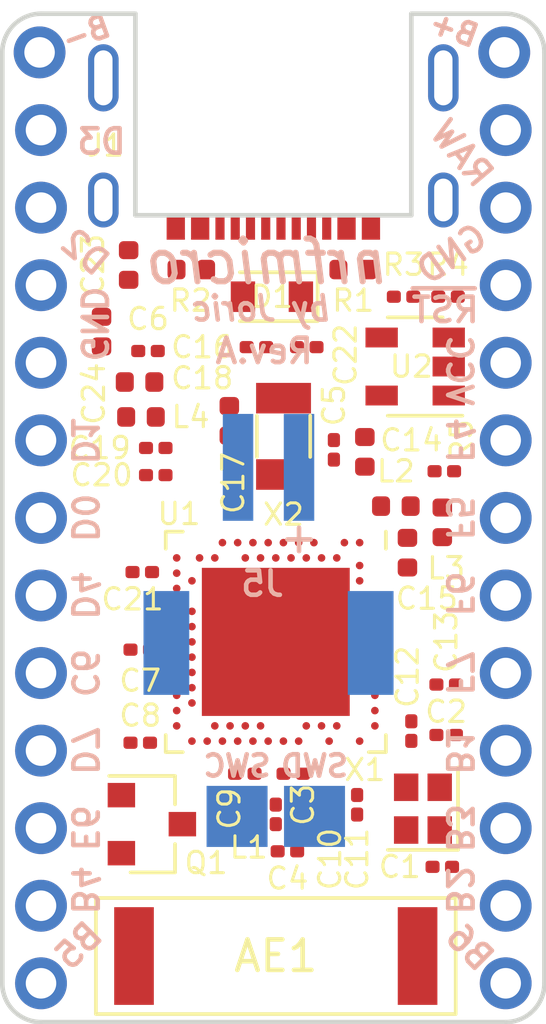
<source format=kicad_pcb>
(kicad_pcb (version 20171130) (host pcbnew "(5.1.0)-1")

  (general
    (thickness 1.6)
    (drawings 39)
    (tracks 0)
    (zones 0)
    (modules 46)
    (nets 86)
  )

  (page A4)
  (title_block
    (title nrfmicro)
    (date 2017-12-20)
    (rev C)
  )

  (layers
    (0 F.Cu signal)
    (31 B.Cu signal)
    (32 B.Adhes user)
    (33 F.Adhes user)
    (34 B.Paste user)
    (35 F.Paste user)
    (36 B.SilkS user)
    (37 F.SilkS user)
    (38 B.Mask user)
    (39 F.Mask user)
    (40 Dwgs.User user)
    (41 Cmts.User user)
    (42 Eco1.User user)
    (43 Eco2.User user)
    (44 Edge.Cuts user)
    (45 Margin user)
    (46 B.CrtYd user)
    (47 F.CrtYd user)
    (48 B.Fab user)
    (49 F.Fab user)
  )

  (setup
    (last_trace_width 0.16)
    (trace_clearance 0.16)
    (zone_clearance 0.16)
    (zone_45_only no)
    (trace_min 0.1524)
    (via_size 0.5)
    (via_drill 0.3)
    (via_min_size 0.381)
    (via_min_drill 0.3)
    (uvia_size 0.3)
    (uvia_drill 0.1)
    (uvias_allowed no)
    (uvia_min_size 0.2)
    (uvia_min_drill 0.1)
    (edge_width 0.15)
    (segment_width 0.15)
    (pcb_text_width 0.1)
    (pcb_text_size 0.7 0.7)
    (mod_edge_width 0.15)
    (mod_text_size 0.7 0.7)
    (mod_text_width 0.1)
    (pad_size 0.7 0.7)
    (pad_drill 0.4)
    (pad_to_mask_clearance 0.2)
    (aux_axis_origin 0 0)
    (grid_origin 34.525 30.09)
    (visible_elements 7FFDFF7F)
    (pcbplotparams
      (layerselection 0x010fc_ffffffff)
      (usegerberextensions true)
      (usegerberattributes false)
      (usegerberadvancedattributes false)
      (creategerberjobfile false)
      (excludeedgelayer true)
      (linewidth 0.100000)
      (plotframeref false)
      (viasonmask false)
      (mode 1)
      (useauxorigin false)
      (hpglpennumber 1)
      (hpglpenspeed 20)
      (hpglpendiameter 15.000000)
      (psnegative false)
      (psa4output false)
      (plotreference true)
      (plotvalue true)
      (plotinvisibletext false)
      (padsonsilk false)
      (subtractmaskfromsilk false)
      (outputformat 1)
      (mirror false)
      (drillshape 0)
      (scaleselection 1)
      (outputdirectory "revC-gerber"))
  )

  (net 0 "")
  (net 1 GND)
  (net 2 "Net-(J1-PadA5)")
  (net 3 "Net-(J1-PadB5)")
  (net 4 /D-)
  (net 5 /D+)
  (net 6 VBUS)
  (net 7 "Net-(J1-PadA8)")
  (net 8 "Net-(J1-PadB8)")
  (net 9 "Net-(C1-Pad1)")
  (net 10 "Net-(C3-Pad1)")
  (net 11 "Net-(AE1-Pad1)")
  (net 12 "Net-(U1-PadW24)")
  (net 13 "Net-(U1-PadU24)")
  (net 14 "Net-(U1-PadR24)")
  (net 15 "Net-(U1-PadL24)")
  (net 16 "Net-(U1-PadY23)")
  (net 17 "Net-(U1-PadT23)")
  (net 18 "Net-(U1-PadP23)")
  (net 19 "Net-(U1-PadF23)")
  (net 20 "Net-(U1-PadA20)")
  (net 21 "Net-(U1-PadA16)")
  (net 22 "Net-(U1-PadA12)")
  (net 23 "Net-(U1-PadA10)")
  (net 24 "Net-(U1-PadB19)")
  (net 25 "Net-(U1-PadB17)")
  (net 26 "Net-(U1-PadB11)")
  (net 27 "Net-(U1-PadAC9)")
  (net 28 "Net-(U1-PadAC17)")
  (net 29 "Net-(U1-PadAD20)")
  (net 30 "Net-(U1-PadAD12)")
  (net 31 "Net-(U1-PadAD10)")
  (net 32 "Net-(U1-PadAD8)")
  (net 33 "Net-(U1-PadAD6)")
  (net 34 "Net-(U1-PadAD4)")
  (net 35 "Net-(U1-PadH2)")
  (net 36 "Net-(U1-PadM2)")
  (net 37 "Net-(U1-PadP2)")
  (net 38 "Net-(U1-PadG1)")
  (net 39 "Net-(U1-PadJ1)")
  (net 40 "Net-(U1-PadL1)")
  (net 41 "Net-(U1-PadU1)")
  (net 42 "Net-(U1-PadAC21)")
  (net 43 "Net-(U1-PadA8)")
  (net 44 "Net-(C2-Pad1)")
  (net 45 "Net-(C5-Pad1)")
  (net 46 VDD_nRF)
  (net 47 "Net-(C9-Pad1)")
  (net 48 "Net-(C10-Pad1)")
  (net 49 "Net-(C11-Pad2)")
  (net 50 "Net-(C13-Pad1)")
  (net 51 "Net-(C18-Pad1)")
  (net 52 VDD_HV)
  (net 53 "Net-(C20-Pad1)")
  (net 54 /RESET)
  (net 55 "Net-(L2-Pad2)")
  (net 56 "Net-(L2-Pad1)")
  (net 57 "Net-(L4-Pad2)")
  (net 58 PF5)
  (net 59 PB6)
  (net 60 PB2)
  (net 61 PB3)
  (net 62 PB1)
  (net 63 PF7)
  (net 64 PF6)
  (net 65 PF4)
  (net 66 PB5)
  (net 67 PB4)
  (net 68 PE6)
  (net 69 PD7)
  (net 70 PC6)
  (net 71 PD4)
  (net 72 PD0)
  (net 73 PD1)
  (net 74 PD2)
  (net 75 PD3)
  (net 76 SWDCLK)
  (net 77 SWDIO)
  (net 78 "Net-(J5-Pad1)")
  (net 79 "Net-(J5-Pad2)")
  (net 80 "Net-(J6-Pad1)")
  (net 81 "Net-(J6-Pad2)")
  (net 82 VBAT)
  (net 83 P0.04)
  (net 84 "Net-(R5-Pad1)")
  (net 85 "Net-(U2-Pad1)")

  (net_class Default "This is the default net class."
    (clearance 0.16)
    (trace_width 0.16)
    (via_dia 0.5)
    (via_drill 0.3)
    (uvia_dia 0.3)
    (uvia_drill 0.1)
    (diff_pair_width 0.16)
    (diff_pair_gap 0.16)
    (add_net /D+)
    (add_net /D-)
    (add_net /RESET)
    (add_net GND)
    (add_net "Net-(AE1-Pad1)")
    (add_net "Net-(C1-Pad1)")
    (add_net "Net-(C10-Pad1)")
    (add_net "Net-(C11-Pad2)")
    (add_net "Net-(C13-Pad1)")
    (add_net "Net-(C18-Pad1)")
    (add_net "Net-(C2-Pad1)")
    (add_net "Net-(C20-Pad1)")
    (add_net "Net-(C3-Pad1)")
    (add_net "Net-(C5-Pad1)")
    (add_net "Net-(C9-Pad1)")
    (add_net "Net-(J1-PadA5)")
    (add_net "Net-(J1-PadA8)")
    (add_net "Net-(J1-PadB5)")
    (add_net "Net-(J1-PadB8)")
    (add_net "Net-(J5-Pad1)")
    (add_net "Net-(J5-Pad2)")
    (add_net "Net-(J6-Pad1)")
    (add_net "Net-(J6-Pad2)")
    (add_net "Net-(L2-Pad1)")
    (add_net "Net-(L2-Pad2)")
    (add_net "Net-(L4-Pad2)")
    (add_net "Net-(R5-Pad1)")
    (add_net "Net-(U1-PadA10)")
    (add_net "Net-(U1-PadA12)")
    (add_net "Net-(U1-PadA16)")
    (add_net "Net-(U1-PadA20)")
    (add_net "Net-(U1-PadA8)")
    (add_net "Net-(U1-PadAC17)")
    (add_net "Net-(U1-PadAC21)")
    (add_net "Net-(U1-PadAC9)")
    (add_net "Net-(U1-PadAD10)")
    (add_net "Net-(U1-PadAD12)")
    (add_net "Net-(U1-PadAD20)")
    (add_net "Net-(U1-PadAD4)")
    (add_net "Net-(U1-PadAD6)")
    (add_net "Net-(U1-PadAD8)")
    (add_net "Net-(U1-PadB11)")
    (add_net "Net-(U1-PadB17)")
    (add_net "Net-(U1-PadB19)")
    (add_net "Net-(U1-PadF23)")
    (add_net "Net-(U1-PadG1)")
    (add_net "Net-(U1-PadH2)")
    (add_net "Net-(U1-PadJ1)")
    (add_net "Net-(U1-PadL1)")
    (add_net "Net-(U1-PadL24)")
    (add_net "Net-(U1-PadM2)")
    (add_net "Net-(U1-PadP2)")
    (add_net "Net-(U1-PadP23)")
    (add_net "Net-(U1-PadR24)")
    (add_net "Net-(U1-PadT23)")
    (add_net "Net-(U1-PadU1)")
    (add_net "Net-(U1-PadU24)")
    (add_net "Net-(U1-PadW24)")
    (add_net "Net-(U1-PadY23)")
    (add_net "Net-(U2-Pad1)")
    (add_net P0.04)
    (add_net PB1)
    (add_net PB2)
    (add_net PB3)
    (add_net PB4)
    (add_net PB5)
    (add_net PB6)
    (add_net PC6)
    (add_net PD0)
    (add_net PD1)
    (add_net PD2)
    (add_net PD3)
    (add_net PD4)
    (add_net PD7)
    (add_net PE6)
    (add_net PF4)
    (add_net PF5)
    (add_net PF6)
    (add_net PF7)
    (add_net SWDCLK)
    (add_net SWDIO)
    (add_net VBAT)
    (add_net VBUS)
    (add_net VDD_HV)
    (add_net VDD_nRF)
  )

  (net_class PWR ""
    (clearance 0.16)
    (trace_width 0.31)
    (via_dia 0.5)
    (via_drill 0.3)
    (uvia_dia 0.3)
    (uvia_drill 0.1)
    (diff_pair_width 0.31)
    (diff_pair_gap 0.16)
  )

  (module Package_TO_SOT_SMD:SOT-23-5 (layer F.Cu) (tedit 5A02FF57) (tstamp 5E43EB92)
    (at 34.652 35.043 180)
    (descr "5-pin SOT23 package")
    (tags SOT-23-5)
    (path /5E45FD1E)
    (attr smd)
    (fp_text reference U2 (at 0.127 0 180) (layer F.SilkS)
      (effects (font (size 0.7 0.7) (thickness 0.1)))
    )
    (fp_text value MCP73831-2-OT (at 0 2.9 180) (layer F.Fab)
      (effects (font (size 1 1) (thickness 0.15)))
    )
    (fp_line (start 0.9 -1.55) (end 0.9 1.55) (layer F.Fab) (width 0.1))
    (fp_line (start 0.9 1.55) (end -0.9 1.55) (layer F.Fab) (width 0.1))
    (fp_line (start -0.9 -0.9) (end -0.9 1.55) (layer F.Fab) (width 0.1))
    (fp_line (start 0.9 -1.55) (end -0.25 -1.55) (layer F.Fab) (width 0.1))
    (fp_line (start -0.9 -0.9) (end -0.25 -1.55) (layer F.Fab) (width 0.1))
    (fp_line (start -1.9 1.8) (end -1.9 -1.8) (layer F.CrtYd) (width 0.05))
    (fp_line (start 1.9 1.8) (end -1.9 1.8) (layer F.CrtYd) (width 0.05))
    (fp_line (start 1.9 -1.8) (end 1.9 1.8) (layer F.CrtYd) (width 0.05))
    (fp_line (start -1.9 -1.8) (end 1.9 -1.8) (layer F.CrtYd) (width 0.05))
    (fp_line (start 0.9 -1.61) (end -1.55 -1.61) (layer F.SilkS) (width 0.12))
    (fp_line (start -0.9 1.61) (end 0.9 1.61) (layer F.SilkS) (width 0.12))
    (fp_text user %R (at 0 0 270) (layer F.Fab)
      (effects (font (size 0.5 0.5) (thickness 0.075)))
    )
    (pad 5 smd rect (at 1.1 -0.95 180) (size 1.06 0.65) (layers F.Cu F.Paste F.Mask)
      (net 84 "Net-(R5-Pad1)"))
    (pad 4 smd rect (at 1.1 0.95 180) (size 1.06 0.65) (layers F.Cu F.Paste F.Mask)
      (net 6 VBUS))
    (pad 3 smd rect (at -1.1 0.95 180) (size 1.06 0.65) (layers F.Cu F.Paste F.Mask)
      (net 82 VBAT))
    (pad 2 smd rect (at -1.1 0 180) (size 1.06 0.65) (layers F.Cu F.Paste F.Mask)
      (net 1 GND))
    (pad 1 smd rect (at -1.1 -0.95 180) (size 1.06 0.65) (layers F.Cu F.Paste F.Mask)
      (net 85 "Net-(U2-Pad1)"))
    (model ${KISYS3DMOD}/Package_TO_SOT_SMD.3dshapes/SOT-23-5.wrl
      (at (xyz 0 0 0))
      (scale (xyz 1 1 1))
      (rotate (xyz 0 0 0))
    )
  )

  (module Resistor_SMD:R_0201_0603Metric (layer F.Cu) (tedit 5B301BBD) (tstamp 5E43EAB9)
    (at 35.607 38.472 180)
    (descr "Resistor SMD 0201 (0603 Metric), square (rectangular) end terminal, IPC_7351 nominal, (Body size source: https://www.vishay.com/docs/20052/crcw0201e3.pdf), generated with kicad-footprint-generator")
    (tags resistor)
    (path /5E45FD18)
    (attr smd)
    (fp_text reference R5 (at -0.569 1.016 270) (layer F.SilkS)
      (effects (font (size 0.7 0.7) (thickness 0.1)))
    )
    (fp_text value 4.7K (at 0 1.05 180) (layer F.Fab)
      (effects (font (size 1 1) (thickness 0.15)))
    )
    (fp_text user %R (at 0 -0.68 180) (layer F.Fab)
      (effects (font (size 0.25 0.25) (thickness 0.04)))
    )
    (fp_line (start 0.7 0.35) (end -0.7 0.35) (layer F.CrtYd) (width 0.05))
    (fp_line (start 0.7 -0.35) (end 0.7 0.35) (layer F.CrtYd) (width 0.05))
    (fp_line (start -0.7 -0.35) (end 0.7 -0.35) (layer F.CrtYd) (width 0.05))
    (fp_line (start -0.7 0.35) (end -0.7 -0.35) (layer F.CrtYd) (width 0.05))
    (fp_line (start 0.3 0.15) (end -0.3 0.15) (layer F.Fab) (width 0.1))
    (fp_line (start 0.3 -0.15) (end 0.3 0.15) (layer F.Fab) (width 0.1))
    (fp_line (start -0.3 -0.15) (end 0.3 -0.15) (layer F.Fab) (width 0.1))
    (fp_line (start -0.3 0.15) (end -0.3 -0.15) (layer F.Fab) (width 0.1))
    (pad 2 smd roundrect (at 0.32 0 180) (size 0.46 0.4) (layers F.Cu F.Mask) (roundrect_rratio 0.25)
      (net 1 GND))
    (pad 1 smd roundrect (at -0.32 0 180) (size 0.46 0.4) (layers F.Cu F.Mask) (roundrect_rratio 0.25)
      (net 84 "Net-(R5-Pad1)"))
    (pad "" smd roundrect (at 0.345 0 180) (size 0.318 0.36) (layers F.Paste) (roundrect_rratio 0.25))
    (pad "" smd roundrect (at -0.345 0 180) (size 0.318 0.36) (layers F.Paste) (roundrect_rratio 0.25))
    (model ${KISYS3DMOD}/Resistor_SMD.3dshapes/R_0201_0603Metric.wrl
      (at (xyz 0 0 0))
      (scale (xyz 1 1 1))
      (rotate (xyz 0 0 0))
    )
  )

  (module Resistor_SMD:R_0201_0603Metric (layer F.Cu) (tedit 5B301BBD) (tstamp 5E43EAA8)
    (at 35.729 32.757)
    (descr "Resistor SMD 0201 (0603 Metric), square (rectangular) end terminal, IPC_7351 nominal, (Body size source: https://www.vishay.com/docs/20052/crcw0201e3.pdf), generated with kicad-footprint-generator")
    (tags resistor)
    (path /5E45FD89)
    (attr smd)
    (fp_text reference R4 (at 0 -1.05) (layer F.SilkS)
      (effects (font (size 0.7 0.7) (thickness 0.1)))
    )
    (fp_text value 10K (at 0 1.05) (layer F.Fab)
      (effects (font (size 1 1) (thickness 0.15)))
    )
    (fp_text user %R (at 0 -0.68) (layer F.Fab)
      (effects (font (size 0.25 0.25) (thickness 0.04)))
    )
    (fp_line (start 0.7 0.35) (end -0.7 0.35) (layer F.CrtYd) (width 0.05))
    (fp_line (start 0.7 -0.35) (end 0.7 0.35) (layer F.CrtYd) (width 0.05))
    (fp_line (start -0.7 -0.35) (end 0.7 -0.35) (layer F.CrtYd) (width 0.05))
    (fp_line (start -0.7 0.35) (end -0.7 -0.35) (layer F.CrtYd) (width 0.05))
    (fp_line (start 0.3 0.15) (end -0.3 0.15) (layer F.Fab) (width 0.1))
    (fp_line (start 0.3 -0.15) (end 0.3 0.15) (layer F.Fab) (width 0.1))
    (fp_line (start -0.3 -0.15) (end 0.3 -0.15) (layer F.Fab) (width 0.1))
    (fp_line (start -0.3 0.15) (end -0.3 -0.15) (layer F.Fab) (width 0.1))
    (pad 2 smd roundrect (at 0.32 0) (size 0.46 0.4) (layers F.Cu F.Mask) (roundrect_rratio 0.25)
      (net 83 P0.04))
    (pad 1 smd roundrect (at -0.32 0) (size 0.46 0.4) (layers F.Cu F.Mask) (roundrect_rratio 0.25)
      (net 82 VBAT))
    (pad "" smd roundrect (at 0.345 0) (size 0.318 0.36) (layers F.Paste) (roundrect_rratio 0.25))
    (pad "" smd roundrect (at -0.345 0) (size 0.318 0.36) (layers F.Paste) (roundrect_rratio 0.25))
    (model ${KISYS3DMOD}/Resistor_SMD.3dshapes/R_0201_0603Metric.wrl
      (at (xyz 0 0 0))
      (scale (xyz 1 1 1))
      (rotate (xyz 0 0 0))
    )
  )

  (module Resistor_SMD:R_0201_0603Metric (layer F.Cu) (tedit 5B301BBD) (tstamp 5E43EA97)
    (at 34.271 32.757)
    (descr "Resistor SMD 0201 (0603 Metric), square (rectangular) end terminal, IPC_7351 nominal, (Body size source: https://www.vishay.com/docs/20052/crcw0201e3.pdf), generated with kicad-footprint-generator")
    (tags resistor)
    (path /5E45FD03)
    (attr smd)
    (fp_text reference R3 (at 0 -1.05) (layer F.SilkS)
      (effects (font (size 0.7 0.7) (thickness 0.1)))
    )
    (fp_text value 100K (at 0 1.05) (layer F.Fab)
      (effects (font (size 1 1) (thickness 0.15)))
    )
    (fp_text user %R (at 0 -0.68) (layer F.Fab)
      (effects (font (size 0.25 0.25) (thickness 0.04)))
    )
    (fp_line (start 0.7 0.35) (end -0.7 0.35) (layer F.CrtYd) (width 0.05))
    (fp_line (start 0.7 -0.35) (end 0.7 0.35) (layer F.CrtYd) (width 0.05))
    (fp_line (start -0.7 -0.35) (end 0.7 -0.35) (layer F.CrtYd) (width 0.05))
    (fp_line (start -0.7 0.35) (end -0.7 -0.35) (layer F.CrtYd) (width 0.05))
    (fp_line (start 0.3 0.15) (end -0.3 0.15) (layer F.Fab) (width 0.1))
    (fp_line (start 0.3 -0.15) (end 0.3 0.15) (layer F.Fab) (width 0.1))
    (fp_line (start -0.3 -0.15) (end 0.3 -0.15) (layer F.Fab) (width 0.1))
    (fp_line (start -0.3 0.15) (end -0.3 -0.15) (layer F.Fab) (width 0.1))
    (pad 2 smd roundrect (at 0.32 0) (size 0.46 0.4) (layers F.Cu F.Mask) (roundrect_rratio 0.25)
      (net 1 GND))
    (pad 1 smd roundrect (at -0.32 0) (size 0.46 0.4) (layers F.Cu F.Mask) (roundrect_rratio 0.25)
      (net 6 VBUS))
    (pad "" smd roundrect (at 0.345 0) (size 0.318 0.36) (layers F.Paste) (roundrect_rratio 0.25))
    (pad "" smd roundrect (at -0.345 0) (size 0.318 0.36) (layers F.Paste) (roundrect_rratio 0.25))
    (model ${KISYS3DMOD}/Resistor_SMD.3dshapes/R_0201_0603Metric.wrl
      (at (xyz 0 0 0))
      (scale (xyz 1 1 1))
      (rotate (xyz 0 0 0))
    )
  )

  (module Package_TO_SOT_SMD:SOT-23 (layer F.Cu) (tedit 5A02FF57) (tstamp 5E43EA4E)
    (at 26.016 50.029)
    (descr "SOT-23, Standard")
    (tags SOT-23)
    (path /5E45FCDB)
    (attr smd)
    (fp_text reference Q1 (at 1.778 1.27 180) (layer F.SilkS)
      (effects (font (size 0.7 0.7) (thickness 0.1)))
    )
    (fp_text value AO3407 (at 0 2.5) (layer F.Fab)
      (effects (font (size 1 1) (thickness 0.15)))
    )
    (fp_line (start 0.76 1.58) (end -0.7 1.58) (layer F.SilkS) (width 0.12))
    (fp_line (start 0.76 -1.58) (end -1.4 -1.58) (layer F.SilkS) (width 0.12))
    (fp_line (start -1.7 1.75) (end -1.7 -1.75) (layer F.CrtYd) (width 0.05))
    (fp_line (start 1.7 1.75) (end -1.7 1.75) (layer F.CrtYd) (width 0.05))
    (fp_line (start 1.7 -1.75) (end 1.7 1.75) (layer F.CrtYd) (width 0.05))
    (fp_line (start -1.7 -1.75) (end 1.7 -1.75) (layer F.CrtYd) (width 0.05))
    (fp_line (start 0.76 -1.58) (end 0.76 -0.65) (layer F.SilkS) (width 0.12))
    (fp_line (start 0.76 1.58) (end 0.76 0.65) (layer F.SilkS) (width 0.12))
    (fp_line (start -0.7 1.52) (end 0.7 1.52) (layer F.Fab) (width 0.1))
    (fp_line (start 0.7 -1.52) (end 0.7 1.52) (layer F.Fab) (width 0.1))
    (fp_line (start -0.7 -0.95) (end -0.15 -1.52) (layer F.Fab) (width 0.1))
    (fp_line (start -0.15 -1.52) (end 0.7 -1.52) (layer F.Fab) (width 0.1))
    (fp_line (start -0.7 -0.95) (end -0.7 1.5) (layer F.Fab) (width 0.1))
    (fp_text user %R (at 0 0 90) (layer F.Fab)
      (effects (font (size 0.5 0.5) (thickness 0.075)))
    )
    (pad 3 smd rect (at 1 0) (size 0.9 0.8) (layers F.Cu F.Paste F.Mask)
      (net 82 VBAT))
    (pad 2 smd rect (at -1 0.95) (size 0.9 0.8) (layers F.Cu F.Paste F.Mask)
      (net 52 VDD_HV))
    (pad 1 smd rect (at -1 -0.95) (size 0.9 0.8) (layers F.Cu F.Paste F.Mask)
      (net 6 VBUS))
    (model ${KISYS3DMOD}/Package_TO_SOT_SMD.3dshapes/SOT-23.wrl
      (at (xyz 0 0 0))
      (scale (xyz 1 1 1))
      (rotate (xyz 0 0 0))
    )
  )

  (module Diode_SMD:D_SOD-110 (layer F.Cu) (tedit 587B7A74) (tstamp 5E43E93C)
    (at 29.953 32.757 180)
    (descr SOD-110)
    (tags SOD-110)
    (path /5E45FCD5)
    (attr smd)
    (fp_text reference D1 (at 0 0 180) (layer F.SilkS)
      (effects (font (size 0.7 0.7) (thickness 0.1)))
    )
    (fp_text value 1N5819 (at 0 1.8 180) (layer F.Fab)
      (effects (font (size 1 1) (thickness 0.15)))
    )
    (fp_line (start -1.5 -0.8) (end 1.05 -0.8) (layer F.SilkS) (width 0.12))
    (fp_line (start -1.5 0.8) (end 1.05 0.8) (layer F.SilkS) (width 0.12))
    (fp_line (start -1.6 -1) (end -1.6 1) (layer F.CrtYd) (width 0.05))
    (fp_line (start 1.6 1) (end -1.6 1) (layer F.CrtYd) (width 0.05))
    (fp_line (start 1.6 -1) (end 1.6 1) (layer F.CrtYd) (width 0.05))
    (fp_line (start -1.6 -1) (end 1.6 -1) (layer F.CrtYd) (width 0.05))
    (fp_line (start -1.05 -0.7) (end -1.05 0.7) (layer F.Fab) (width 0.1))
    (fp_line (start -1.05 0.7) (end 1.05 0.7) (layer F.Fab) (width 0.1))
    (fp_line (start 1.05 0.7) (end 1.05 -0.7) (layer F.Fab) (width 0.1))
    (fp_line (start 1.05 -0.7) (end -1.05 -0.7) (layer F.Fab) (width 0.1))
    (fp_line (start -0.2 0.2) (end -0.2 -0.2) (layer F.Fab) (width 0.1))
    (fp_line (start -0.2 0) (end -0.35 0) (layer F.Fab) (width 0.1))
    (fp_line (start -0.2 0) (end 0.1 0.2) (layer F.Fab) (width 0.1))
    (fp_line (start 0.1 0.2) (end 0.1 -0.2) (layer F.Fab) (width 0.1))
    (fp_line (start 0.1 -0.2) (end -0.2 0) (layer F.Fab) (width 0.1))
    (fp_line (start 0.1 0) (end 0.25 0) (layer F.Fab) (width 0.1))
    (fp_line (start -1.5 -0.8) (end -1.5 0.8) (layer F.SilkS) (width 0.12))
    (fp_text user %R (at 0 -1.7 180) (layer F.Fab)
      (effects (font (size 1 1) (thickness 0.15)))
    )
    (pad 2 smd rect (at 0.95 0 180) (size 0.8 1) (layers F.Cu F.Paste F.Mask)
      (net 6 VBUS))
    (pad 1 smd rect (at -0.95 0 180) (size 0.8 1) (layers F.Cu F.Paste F.Mask)
      (net 52 VDD_HV))
    (model ${KISYS3DMOD}/Diode_SMD.3dshapes/D_SOD-110.wrl
      (at (xyz 0 0 0))
      (scale (xyz 1 1 1))
      (rotate (xyz 0 0 0))
    )
  )

  (module Capacitor_SMD:C_0402_1005Metric (layer F.Cu) (tedit 5B301BBE) (tstamp 5E43E924)
    (at 24.365 33.9 270)
    (descr "Capacitor SMD 0402 (1005 Metric), square (rectangular) end terminal, IPC_7351 nominal, (Body size source: http://www.tortai-tech.com/upload/download/2011102023233369053.pdf), generated with kicad-footprint-generator")
    (tags capacitor)
    (path /5E45FD12)
    (attr smd)
    (fp_text reference C24 (at 2.032 0.254 90) (layer F.SilkS)
      (effects (font (size 0.7 0.7) (thickness 0.1)))
    )
    (fp_text value 10uF (at 0 1.17 270) (layer F.Fab)
      (effects (font (size 1 1) (thickness 0.15)))
    )
    (fp_text user %R (at 0 0 270) (layer F.Fab)
      (effects (font (size 0.25 0.25) (thickness 0.04)))
    )
    (fp_line (start 0.93 0.47) (end -0.93 0.47) (layer F.CrtYd) (width 0.05))
    (fp_line (start 0.93 -0.47) (end 0.93 0.47) (layer F.CrtYd) (width 0.05))
    (fp_line (start -0.93 -0.47) (end 0.93 -0.47) (layer F.CrtYd) (width 0.05))
    (fp_line (start -0.93 0.47) (end -0.93 -0.47) (layer F.CrtYd) (width 0.05))
    (fp_line (start 0.5 0.25) (end -0.5 0.25) (layer F.Fab) (width 0.1))
    (fp_line (start 0.5 -0.25) (end 0.5 0.25) (layer F.Fab) (width 0.1))
    (fp_line (start -0.5 -0.25) (end 0.5 -0.25) (layer F.Fab) (width 0.1))
    (fp_line (start -0.5 0.25) (end -0.5 -0.25) (layer F.Fab) (width 0.1))
    (pad 2 smd roundrect (at 0.485 0 270) (size 0.59 0.64) (layers F.Cu F.Paste F.Mask) (roundrect_rratio 0.25)
      (net 1 GND))
    (pad 1 smd roundrect (at -0.485 0 270) (size 0.59 0.64) (layers F.Cu F.Paste F.Mask) (roundrect_rratio 0.25)
      (net 82 VBAT))
    (model ${KISYS3DMOD}/Capacitor_SMD.3dshapes/C_0402_1005Metric.wrl
      (at (xyz 0 0 0))
      (scale (xyz 1 1 1))
      (rotate (xyz 0 0 0))
    )
  )

  (module Capacitor_SMD:C_0402_1005Metric (layer F.Cu) (tedit 5B301BBE) (tstamp 5E43E915)
    (at 25.254 31.718 90)
    (descr "Capacitor SMD 0402 (1005 Metric), square (rectangular) end terminal, IPC_7351 nominal, (Body size source: http://www.tortai-tech.com/upload/download/2011102023233369053.pdf), generated with kicad-footprint-generator")
    (tags capacitor)
    (path /5E45FCE1)
    (attr smd)
    (fp_text reference C23 (at 0 -1.17 90) (layer F.SilkS)
      (effects (font (size 0.7 0.7) (thickness 0.1)))
    )
    (fp_text value 10uF (at 0 1.17 90) (layer F.Fab)
      (effects (font (size 1 1) (thickness 0.15)))
    )
    (fp_text user %R (at 0 0 90) (layer F.Fab)
      (effects (font (size 0.25 0.25) (thickness 0.04)))
    )
    (fp_line (start 0.93 0.47) (end -0.93 0.47) (layer F.CrtYd) (width 0.05))
    (fp_line (start 0.93 -0.47) (end 0.93 0.47) (layer F.CrtYd) (width 0.05))
    (fp_line (start -0.93 -0.47) (end 0.93 -0.47) (layer F.CrtYd) (width 0.05))
    (fp_line (start -0.93 0.47) (end -0.93 -0.47) (layer F.CrtYd) (width 0.05))
    (fp_line (start 0.5 0.25) (end -0.5 0.25) (layer F.Fab) (width 0.1))
    (fp_line (start 0.5 -0.25) (end 0.5 0.25) (layer F.Fab) (width 0.1))
    (fp_line (start -0.5 -0.25) (end 0.5 -0.25) (layer F.Fab) (width 0.1))
    (fp_line (start -0.5 0.25) (end -0.5 -0.25) (layer F.Fab) (width 0.1))
    (pad 2 smd roundrect (at 0.485 0 90) (size 0.59 0.64) (layers F.Cu F.Paste F.Mask) (roundrect_rratio 0.25)
      (net 1 GND))
    (pad 1 smd roundrect (at -0.485 0 90) (size 0.59 0.64) (layers F.Cu F.Paste F.Mask) (roundrect_rratio 0.25)
      (net 52 VDD_HV))
    (model ${KISYS3DMOD}/Capacitor_SMD.3dshapes/C_0402_1005Metric.wrl
      (at (xyz 0 0 0))
      (scale (xyz 1 1 1))
      (rotate (xyz 0 0 0))
    )
  )

  (module nrfmicro:connector_bat (layer F.Cu) (tedit 5E43256E) (tstamp 5E43AD88)
    (at 29.953 24.756 180)
    (path /5E4580E8)
    (fp_text reference J6 (at 0 -3.175 180) (layer F.Fab)
      (effects (font (size 1 1) (thickness 0.15)))
    )
    (fp_text value "Battery Header" (at 0 -5.08 180) (layer F.Fab)
      (effects (font (size 1 1) (thickness 0.15)))
    )
    (fp_text user B- (at 6.096 0.635 20 unlocked) (layer B.SilkS)
      (effects (font (size 0.7 0.7) (thickness 0.15)) (justify mirror))
    )
    (fp_text user B+ (at -5.969 0.762 340 unlocked) (layer B.SilkS)
      (effects (font (size 0.7 0.7) (thickness 0.15)) (justify mirror))
    )
    (pad 1 thru_hole circle (at -7.62 0 270) (size 1.7 1.7) (drill 1) (layers *.Cu *.Mask)
      (net 80 "Net-(J6-Pad1)"))
    (pad 2 thru_hole circle (at 7.62 0 180) (size 1.7 1.7) (drill 1) (layers *.Cu *.Mask)
      (net 81 "Net-(J6-Pad2)"))
  )

  (module nrfmicro:JST_PH2_SMT_TH (layer B.Cu) (tedit 5D26236A) (tstamp 5E43AD7E)
    (at 29.826 38.345 180)
    (descr http://www.jst-mfg.com/product/pdf/eng/ePH.pdf)
    (tags "JST, PH, Lipo, battery")
    (path /5E470FAD)
    (fp_text reference J5 (at 0.184 -3.809775 180) (layer B.SilkS)
      (effects (font (size 0.8 0.8) (thickness 0.15)) (justify mirror))
    )
    (fp_text value "Battery Conn" (at -0.016 -4.2 180) (layer B.SilkS) hide
      (effects (font (size 0.8 0.8) (thickness 0.15)) (justify mirror))
    )
    (fp_text user + (at -1.016 -2.286 180) (layer B.SilkS)
      (effects (font (size 1 1) (thickness 0.15)) (justify mirror))
    )
    (pad 1 smd rect (at -1.016 0 180) (size 1 3.5) (layers B.Cu B.Paste B.Mask)
      (net 78 "Net-(J5-Pad1)"))
    (pad 3 smd rect (at -2.616 -5.95 180) (size 1.5 3.4) (drill (offset -0.75 0.2)) (layers B.Cu B.Paste B.Mask))
    (pad 2 smd rect (at 0.984 0 180) (size 1 3.5) (layers B.Cu B.Paste B.Mask)
      (net 79 "Net-(J5-Pad2)"))
    (pad 3 smd rect (at 4.084 -5.95 180) (size 1.5 3.4) (drill (offset -0.75 0.2)) (layers B.Cu B.Paste B.Mask))
  )

  (module nrfmicro:connector_swd (layer B.Cu) (tedit 5E4321BC) (tstamp 5E4345C2)
    (at 30.08 49.775 180)
    (path /5A2ACF99)
    (fp_text reference J2 (at 0 3.175 180) (layer B.Fab)
      (effects (font (size 1 1) (thickness 0.15)) (justify mirror))
    )
    (fp_text value 01x02 (at 0 5.08 180) (layer B.Fab)
      (effects (font (size 1 1) (thickness 0.15)) (justify mirror))
    )
    (fp_text user SWC (at 1.27 1.651) (layer B.SilkS)
      (effects (font (size 0.7 0.7) (thickness 0.15)) (justify mirror))
    )
    (fp_text user SWD (at -1.27 1.651 unlocked) (layer B.SilkS)
      (effects (font (size 0.7 0.7) (thickness 0.15)) (justify mirror))
    )
    (pad 1 smd rect (at -1.27 0) (size 2 2) (layers B.Cu B.Paste B.Mask)
      (net 76 SWDCLK))
    (pad 2 smd rect (at 1.27 0 180) (size 2 2) (layers B.Cu B.Paste B.Mask)
      (net 77 SWDIO))
  )

  (module RF_Antenna:Coilcraft_MA5532-AE_RFID (layer F.Cu) (tedit 5A15896C) (tstamp 5D8EFE82)
    (at 30.08 54.347 180)
    (descr "RFID Transponder Coil")
    (tags "antenna rfid coilcraft")
    (path /5D91C041)
    (attr smd)
    (fp_text reference AE1 (at 0 0 180) (layer F.SilkS)
      (effects (font (size 1 1) (thickness 0.15)))
    )
    (fp_text value Antenna_Shield (at 0 3.04 180) (layer F.Fab)
      (effects (font (size 1 1) (thickness 0.15)))
    )
    (fp_line (start -6.15 -2.15) (end -6.15 2.15) (layer F.CrtYd) (width 0.05))
    (fp_line (start -6.15 2.15) (end 6.15 2.15) (layer F.CrtYd) (width 0.05))
    (fp_line (start 6.15 2.15) (end 6.15 -2.15) (layer F.CrtYd) (width 0.05))
    (fp_line (start 6.15 -2.15) (end -6.15 -2.15) (layer F.CrtYd) (width 0.05))
    (fp_text user %R (at 0 0 180) (layer F.Fab)
      (effects (font (size 1 1) (thickness 0.15)))
    )
    (fp_line (start -5.9 -1.9) (end 5.9 -1.9) (layer F.Fab) (width 0.1))
    (fp_line (start 5.9 -1.9) (end 5.9 1.9) (layer F.Fab) (width 0.1))
    (fp_line (start 5.9 1.9) (end -5.9 1.9) (layer F.Fab) (width 0.1))
    (fp_line (start -5.9 1.9) (end -5.9 -1.9) (layer F.Fab) (width 0.1))
    (fp_line (start 5.9 -1.9) (end -5.9 -1.9) (layer F.SilkS) (width 0.12))
    (fp_line (start 5.9 1.9) (end 5.9 -1.9) (layer F.SilkS) (width 0.12))
    (fp_line (start -5.9 1.9) (end 5.9 1.9) (layer F.SilkS) (width 0.12))
    (fp_line (start -5.9 -1.9) (end -5.9 1.9) (layer F.SilkS) (width 0.12))
    (pad 2 smd rect (at 4.65 0 180) (size 1.3 3.2) (layers F.Cu F.Paste F.Mask)
      (net 1 GND))
    (pad 1 smd rect (at -4.65 0 180) (size 1.3 3.2) (layers F.Cu F.Paste F.Mask)
      (net 11 "Net-(AE1-Pad1)"))
    (model ${KISYS3DMOD}/RF_Antenna.3dshapes/Coilcraft_MA5532-AE_RFID.wrl
      (at (xyz 0 0 0))
      (scale (xyz 1 1 1))
      (rotate (xyz 0 0 0))
    )
  )

  (module Capacitor_SMD:C_0201_0603Metric (layer F.Cu) (tedit 5B301BBE) (tstamp 5E43DC9E)
    (at 25.635 44.314)
    (descr "Capacitor SMD 0201 (0603 Metric), square (rectangular) end terminal, IPC_7351 nominal, (Body size source: https://www.vishay.com/docs/20052/crcw0201e3.pdf), generated with kicad-footprint-generator")
    (tags capacitor)
    (path /5F67C901)
    (attr smd)
    (fp_text reference C7 (at 0 1.016) (layer F.SilkS)
      (effects (font (size 0.7 0.7) (thickness 0.1)))
    )
    (fp_text value 100nF (at 0 1.05) (layer F.Fab)
      (effects (font (size 1 1) (thickness 0.15)))
    )
    (fp_text user %R (at 0 -0.68) (layer F.Fab)
      (effects (font (size 0.25 0.25) (thickness 0.04)))
    )
    (fp_line (start 0.7 0.35) (end -0.7 0.35) (layer F.CrtYd) (width 0.05))
    (fp_line (start 0.7 -0.35) (end 0.7 0.35) (layer F.CrtYd) (width 0.05))
    (fp_line (start -0.7 -0.35) (end 0.7 -0.35) (layer F.CrtYd) (width 0.05))
    (fp_line (start -0.7 0.35) (end -0.7 -0.35) (layer F.CrtYd) (width 0.05))
    (fp_line (start 0.3 0.15) (end -0.3 0.15) (layer F.Fab) (width 0.1))
    (fp_line (start 0.3 -0.15) (end 0.3 0.15) (layer F.Fab) (width 0.1))
    (fp_line (start -0.3 -0.15) (end 0.3 -0.15) (layer F.Fab) (width 0.1))
    (fp_line (start -0.3 0.15) (end -0.3 -0.15) (layer F.Fab) (width 0.1))
    (pad 2 smd roundrect (at 0.32 0) (size 0.46 0.4) (layers F.Cu F.Mask) (roundrect_rratio 0.25)
      (net 1 GND))
    (pad 1 smd roundrect (at -0.32 0) (size 0.46 0.4) (layers F.Cu F.Mask) (roundrect_rratio 0.25)
      (net 46 VDD_nRF))
    (pad "" smd roundrect (at 0.345 0) (size 0.318 0.36) (layers F.Paste) (roundrect_rratio 0.25))
    (pad "" smd roundrect (at -0.345 0) (size 0.318 0.36) (layers F.Paste) (roundrect_rratio 0.25))
    (model ${KISYS3DMOD}/Capacitor_SMD.3dshapes/C_0201_0603Metric.wrl
      (at (xyz 0 0 0))
      (scale (xyz 1 1 1))
      (rotate (xyz 0 0 0))
    )
  )

  (module Capacitor_SMD:C_0402_1005Metric (layer F.Cu) (tedit 5B301BBE) (tstamp 5E4330BC)
    (at 33.001 37.837 90)
    (descr "Capacitor SMD 0402 (1005 Metric), square (rectangular) end terminal, IPC_7351 nominal, (Body size source: http://www.tortai-tech.com/upload/download/2011102023233369053.pdf), generated with kicad-footprint-generator")
    (tags capacitor)
    (path /5E68B304)
    (attr smd)
    (fp_text reference C14 (at 0.381 1.524) (layer F.SilkS)
      (effects (font (size 0.7 0.7) (thickness 0.1)))
    )
    (fp_text value 1.0uF (at 0 1.17 90) (layer F.Fab)
      (effects (font (size 1 1) (thickness 0.15)))
    )
    (fp_text user %R (at 0 0 90) (layer F.Fab)
      (effects (font (size 0.25 0.25) (thickness 0.04)))
    )
    (fp_line (start 0.93 0.47) (end -0.93 0.47) (layer F.CrtYd) (width 0.05))
    (fp_line (start 0.93 -0.47) (end 0.93 0.47) (layer F.CrtYd) (width 0.05))
    (fp_line (start -0.93 -0.47) (end 0.93 -0.47) (layer F.CrtYd) (width 0.05))
    (fp_line (start -0.93 0.47) (end -0.93 -0.47) (layer F.CrtYd) (width 0.05))
    (fp_line (start 0.5 0.25) (end -0.5 0.25) (layer F.Fab) (width 0.1))
    (fp_line (start 0.5 -0.25) (end 0.5 0.25) (layer F.Fab) (width 0.1))
    (fp_line (start -0.5 -0.25) (end 0.5 -0.25) (layer F.Fab) (width 0.1))
    (fp_line (start -0.5 0.25) (end -0.5 -0.25) (layer F.Fab) (width 0.1))
    (pad 2 smd roundrect (at 0.485 0 90) (size 0.59 0.64) (layers F.Cu F.Paste F.Mask) (roundrect_rratio 0.25)
      (net 1 GND))
    (pad 1 smd roundrect (at -0.485 0 90) (size 0.59 0.64) (layers F.Cu F.Paste F.Mask) (roundrect_rratio 0.25)
      (net 46 VDD_nRF))
    (model ${KISYS3DMOD}/Capacitor_SMD.3dshapes/C_0402_1005Metric.wrl
      (at (xyz 0 0 0))
      (scale (xyz 1 1 1))
      (rotate (xyz 0 0 0))
    )
  )

  (module Inductor_SMD:L_0402_1005Metric (layer F.Cu) (tedit 5B301BBE) (tstamp 5E4328DE)
    (at 25.658 36.694)
    (descr "Inductor SMD 0402 (1005 Metric), square (rectangular) end terminal, IPC_7351 nominal, (Body size source: http://www.tortai-tech.com/upload/download/2011102023233369053.pdf), generated with kicad-footprint-generator")
    (tags inductor)
    (path /5E4F7FEB)
    (attr smd)
    (fp_text reference L4 (at 1.628 0) (layer F.SilkS)
      (effects (font (size 0.7 0.7) (thickness 0.1)))
    )
    (fp_text value 10nH (at 0 1.17) (layer F.Fab)
      (effects (font (size 0.7 0.7) (thickness 0.1)))
    )
    (fp_text user %R (at 0 0) (layer F.Fab)
      (effects (font (size 0.25 0.25) (thickness 0.04)))
    )
    (fp_line (start 0.93 0.47) (end -0.93 0.47) (layer F.CrtYd) (width 0.05))
    (fp_line (start 0.93 -0.47) (end 0.93 0.47) (layer F.CrtYd) (width 0.05))
    (fp_line (start -0.93 -0.47) (end 0.93 -0.47) (layer F.CrtYd) (width 0.05))
    (fp_line (start -0.93 0.47) (end -0.93 -0.47) (layer F.CrtYd) (width 0.05))
    (fp_line (start 0.5 0.25) (end -0.5 0.25) (layer F.Fab) (width 0.1))
    (fp_line (start 0.5 -0.25) (end 0.5 0.25) (layer F.Fab) (width 0.1))
    (fp_line (start -0.5 -0.25) (end 0.5 -0.25) (layer F.Fab) (width 0.1))
    (fp_line (start -0.5 0.25) (end -0.5 -0.25) (layer F.Fab) (width 0.1))
    (pad 2 smd roundrect (at 0.485 0) (size 0.59 0.64) (layers F.Cu F.Paste F.Mask) (roundrect_rratio 0.25)
      (net 57 "Net-(L4-Pad2)"))
    (pad 1 smd roundrect (at -0.485 0) (size 0.59 0.64) (layers F.Cu F.Paste F.Mask) (roundrect_rratio 0.25)
      (net 46 VDD_nRF))
    (model ${KISYS3DMOD}/Inductor_SMD.3dshapes/L_0402_1005Metric.wrl
      (at (xyz 0 0 0))
      (scale (xyz 1 1 1))
      (rotate (xyz 0 0 0))
    )
  )

  (module Inductor_SMD:L_0402_1005Metric (layer F.Cu) (tedit 5B301BBE) (tstamp 5E43325F)
    (at 35.541 40.146 90)
    (descr "Inductor SMD 0402 (1005 Metric), square (rectangular) end terminal, IPC_7351 nominal, (Body size source: http://www.tortai-tech.com/upload/download/2011102023233369053.pdf), generated with kicad-footprint-generator")
    (tags inductor)
    (path /5EB8523C)
    (attr smd)
    (fp_text reference L3 (at -1.501 0.127 180) (layer F.SilkS)
      (effects (font (size 0.7 0.7) (thickness 0.1)))
    )
    (fp_text value 15nH (at 0 1.17 90) (layer F.Fab)
      (effects (font (size 0.7 0.7) (thickness 0.1)))
    )
    (fp_text user %R (at 0 0 90) (layer F.Fab)
      (effects (font (size 0.25 0.25) (thickness 0.04)))
    )
    (fp_line (start 0.93 0.47) (end -0.93 0.47) (layer F.CrtYd) (width 0.05))
    (fp_line (start 0.93 -0.47) (end 0.93 0.47) (layer F.CrtYd) (width 0.05))
    (fp_line (start -0.93 -0.47) (end 0.93 -0.47) (layer F.CrtYd) (width 0.05))
    (fp_line (start -0.93 0.47) (end -0.93 -0.47) (layer F.CrtYd) (width 0.05))
    (fp_line (start 0.5 0.25) (end -0.5 0.25) (layer F.Fab) (width 0.1))
    (fp_line (start 0.5 -0.25) (end 0.5 0.25) (layer F.Fab) (width 0.1))
    (fp_line (start -0.5 -0.25) (end 0.5 -0.25) (layer F.Fab) (width 0.1))
    (fp_line (start -0.5 0.25) (end -0.5 -0.25) (layer F.Fab) (width 0.1))
    (pad 2 smd roundrect (at 0.485 0 90) (size 0.59 0.64) (layers F.Cu F.Paste F.Mask) (roundrect_rratio 0.25)
      (net 56 "Net-(L2-Pad1)"))
    (pad 1 smd roundrect (at -0.485 0 90) (size 0.59 0.64) (layers F.Cu F.Paste F.Mask) (roundrect_rratio 0.25)
      (net 48 "Net-(C10-Pad1)"))
    (model ${KISYS3DMOD}/Inductor_SMD.3dshapes/L_0402_1005Metric.wrl
      (at (xyz 0 0 0))
      (scale (xyz 1 1 1))
      (rotate (xyz 0 0 0))
    )
  )

  (module Inductor_SMD:L_0402_1005Metric (layer F.Cu) (tedit 5B301BBE) (tstamp 5E433250)
    (at 34.017 39.615 180)
    (descr "Inductor SMD 0402 (1005 Metric), square (rectangular) end terminal, IPC_7351 nominal, (Body size source: http://www.tortai-tech.com/upload/download/2011102023233369053.pdf), generated with kicad-footprint-generator")
    (tags inductor)
    (path /5EB7879D)
    (attr smd)
    (fp_text reference L2 (at 0 1.143 180) (layer F.SilkS)
      (effects (font (size 0.7 0.7) (thickness 0.1)))
    )
    (fp_text value 10nH (at 0 1.17 180) (layer F.Fab)
      (effects (font (size 0.7 0.7) (thickness 0.1)))
    )
    (fp_text user %R (at 0 0 180) (layer F.Fab)
      (effects (font (size 0.25 0.25) (thickness 0.04)))
    )
    (fp_line (start 0.93 0.47) (end -0.93 0.47) (layer F.CrtYd) (width 0.05))
    (fp_line (start 0.93 -0.47) (end 0.93 0.47) (layer F.CrtYd) (width 0.05))
    (fp_line (start -0.93 -0.47) (end 0.93 -0.47) (layer F.CrtYd) (width 0.05))
    (fp_line (start -0.93 0.47) (end -0.93 -0.47) (layer F.CrtYd) (width 0.05))
    (fp_line (start 0.5 0.25) (end -0.5 0.25) (layer F.Fab) (width 0.1))
    (fp_line (start 0.5 -0.25) (end 0.5 0.25) (layer F.Fab) (width 0.1))
    (fp_line (start -0.5 -0.25) (end 0.5 -0.25) (layer F.Fab) (width 0.1))
    (fp_line (start -0.5 0.25) (end -0.5 -0.25) (layer F.Fab) (width 0.1))
    (pad 2 smd roundrect (at 0.485 0 180) (size 0.59 0.64) (layers F.Cu F.Paste F.Mask) (roundrect_rratio 0.25)
      (net 55 "Net-(L2-Pad2)"))
    (pad 1 smd roundrect (at -0.485 0 180) (size 0.59 0.64) (layers F.Cu F.Paste F.Mask) (roundrect_rratio 0.25)
      (net 56 "Net-(L2-Pad1)"))
    (model ${KISYS3DMOD}/Inductor_SMD.3dshapes/L_0402_1005Metric.wrl
      (at (xyz 0 0 0))
      (scale (xyz 1 1 1))
      (rotate (xyz 0 0 0))
    )
  )

  (module Capacitor_SMD:C_0402_1005Metric (layer F.Cu) (tedit 5B301BBE) (tstamp 5E4330CD)
    (at 34.398 41.139 90)
    (descr "Capacitor SMD 0402 (1005 Metric), square (rectangular) end terminal, IPC_7351 nominal, (Body size source: http://www.tortai-tech.com/upload/download/2011102023233369053.pdf), generated with kicad-footprint-generator")
    (tags capacitor)
    (path /5EC421BD)
    (attr smd)
    (fp_text reference C15 (at -1.501 0.635 180) (layer F.SilkS)
      (effects (font (size 0.7 0.7) (thickness 0.1)))
    )
    (fp_text value 1.0uF (at 0 1.17 90) (layer F.Fab)
      (effects (font (size 0.7 0.7) (thickness 0.1)))
    )
    (fp_text user %R (at 0 0 90) (layer F.Fab)
      (effects (font (size 0.25 0.25) (thickness 0.04)))
    )
    (fp_line (start 0.93 0.47) (end -0.93 0.47) (layer F.CrtYd) (width 0.05))
    (fp_line (start 0.93 -0.47) (end 0.93 0.47) (layer F.CrtYd) (width 0.05))
    (fp_line (start -0.93 -0.47) (end 0.93 -0.47) (layer F.CrtYd) (width 0.05))
    (fp_line (start -0.93 0.47) (end -0.93 -0.47) (layer F.CrtYd) (width 0.05))
    (fp_line (start 0.5 0.25) (end -0.5 0.25) (layer F.Fab) (width 0.1))
    (fp_line (start 0.5 -0.25) (end 0.5 0.25) (layer F.Fab) (width 0.1))
    (fp_line (start -0.5 -0.25) (end 0.5 -0.25) (layer F.Fab) (width 0.1))
    (fp_line (start -0.5 0.25) (end -0.5 -0.25) (layer F.Fab) (width 0.1))
    (pad 2 smd roundrect (at 0.485 0 90) (size 0.59 0.64) (layers F.Cu F.Paste F.Mask) (roundrect_rratio 0.25)
      (net 1 GND))
    (pad 1 smd roundrect (at -0.485 0 90) (size 0.59 0.64) (layers F.Cu F.Paste F.Mask) (roundrect_rratio 0.25)
      (net 48 "Net-(C10-Pad1)"))
    (model ${KISYS3DMOD}/Capacitor_SMD.3dshapes/C_0402_1005Metric.wrl
      (at (xyz 0 0 0))
      (scale (xyz 1 1 1))
      (rotate (xyz 0 0 0))
    )
  )

  (module Inductor_SMD:L_0201_0603Metric (layer F.Cu) (tedit 5B301BBE) (tstamp 5E433241)
    (at 30.08 49.709 270)
    (descr "Inductor SMD 0201 (0603 Metric), square (rectangular) end terminal, IPC_7351 nominal, (Body size source: https://www.vishay.com/docs/20052/crcw0201e3.pdf), generated with kicad-footprint-generator")
    (tags inductor)
    (path /5F46470F)
    (attr smd)
    (fp_text reference L1 (at 1.082 0.889) (layer F.SilkS)
      (effects (font (size 0.7 0.7) (thickness 0.1)))
    )
    (fp_text value 4.7nH (at 0 1.05 270) (layer F.Fab)
      (effects (font (size 0.7 0.7) (thickness 0.1)))
    )
    (fp_text user %R (at 0 -0.68 270) (layer F.Fab)
      (effects (font (size 0.25 0.25) (thickness 0.04)))
    )
    (fp_line (start 0.7 0.35) (end -0.7 0.35) (layer F.CrtYd) (width 0.05))
    (fp_line (start 0.7 -0.35) (end 0.7 0.35) (layer F.CrtYd) (width 0.05))
    (fp_line (start -0.7 -0.35) (end 0.7 -0.35) (layer F.CrtYd) (width 0.05))
    (fp_line (start -0.7 0.35) (end -0.7 -0.35) (layer F.CrtYd) (width 0.05))
    (fp_line (start 0.3 0.15) (end -0.3 0.15) (layer F.Fab) (width 0.1))
    (fp_line (start 0.3 -0.15) (end 0.3 0.15) (layer F.Fab) (width 0.1))
    (fp_line (start -0.3 -0.15) (end 0.3 -0.15) (layer F.Fab) (width 0.1))
    (fp_line (start -0.3 0.15) (end -0.3 -0.15) (layer F.Fab) (width 0.1))
    (pad 2 smd roundrect (at 0.32 0 270) (size 0.46 0.4) (layers F.Cu F.Mask) (roundrect_rratio 0.25)
      (net 11 "Net-(AE1-Pad1)"))
    (pad 1 smd roundrect (at -0.32 0 270) (size 0.46 0.4) (layers F.Cu F.Mask) (roundrect_rratio 0.25)
      (net 10 "Net-(C3-Pad1)"))
    (pad "" smd roundrect (at 0.345 0 270) (size 0.318 0.36) (layers F.Paste) (roundrect_rratio 0.25))
    (pad "" smd roundrect (at -0.345 0 270) (size 0.318 0.36) (layers F.Paste) (roundrect_rratio 0.25))
    (model ${KISYS3DMOD}/Inductor_SMD.3dshapes/L_0201_0603Metric.wrl
      (at (xyz 0 0 0))
      (scale (xyz 1 1 1))
      (rotate (xyz 0 0 0))
    )
  )

  (module Capacitor_SMD:C_0201_0603Metric (layer F.Cu) (tedit 5B301BBE) (tstamp 5E410D57)
    (at 26.143 38.599)
    (descr "Capacitor SMD 0201 (0603 Metric), square (rectangular) end terminal, IPC_7351 nominal, (Body size source: https://www.vishay.com/docs/20052/crcw0201e3.pdf), generated with kicad-footprint-generator")
    (tags capacitor)
    (path /5E070D30)
    (attr smd)
    (fp_text reference C20 (at -1.778 0) (layer F.SilkS)
      (effects (font (size 0.7 0.7) (thickness 0.1)))
    )
    (fp_text value 4.7uF (at 0 1.05) (layer F.Fab)
      (effects (font (size 0.7 0.7) (thickness 0.1)))
    )
    (fp_text user %R (at 0 -0.68) (layer F.Fab)
      (effects (font (size 0.25 0.25) (thickness 0.04)))
    )
    (fp_line (start 0.7 0.35) (end -0.7 0.35) (layer F.CrtYd) (width 0.05))
    (fp_line (start 0.7 -0.35) (end 0.7 0.35) (layer F.CrtYd) (width 0.05))
    (fp_line (start -0.7 -0.35) (end 0.7 -0.35) (layer F.CrtYd) (width 0.05))
    (fp_line (start -0.7 0.35) (end -0.7 -0.35) (layer F.CrtYd) (width 0.05))
    (fp_line (start 0.3 0.15) (end -0.3 0.15) (layer F.Fab) (width 0.1))
    (fp_line (start 0.3 -0.15) (end 0.3 0.15) (layer F.Fab) (width 0.1))
    (fp_line (start -0.3 -0.15) (end 0.3 -0.15) (layer F.Fab) (width 0.1))
    (fp_line (start -0.3 0.15) (end -0.3 -0.15) (layer F.Fab) (width 0.1))
    (pad 2 smd roundrect (at 0.32 0) (size 0.46 0.4) (layers F.Cu F.Mask) (roundrect_rratio 0.25)
      (net 1 GND))
    (pad 1 smd roundrect (at -0.32 0) (size 0.46 0.4) (layers F.Cu F.Mask) (roundrect_rratio 0.25)
      (net 53 "Net-(C20-Pad1)"))
    (pad "" smd roundrect (at 0.345 0) (size 0.318 0.36) (layers F.Paste) (roundrect_rratio 0.25))
    (pad "" smd roundrect (at -0.345 0) (size 0.318 0.36) (layers F.Paste) (roundrect_rratio 0.25))
    (model ${KISYS3DMOD}/Capacitor_SMD.3dshapes/C_0201_0603Metric.wrl
      (at (xyz 0 0 0))
      (scale (xyz 1 1 1))
      (rotate (xyz 0 0 0))
    )
  )

  (module Capacitor_SMD:C_0201_0603Metric (layer F.Cu) (tedit 5B301BBE) (tstamp 5E43312B)
    (at 25.701 41.774 180)
    (descr "Capacitor SMD 0201 (0603 Metric), square (rectangular) end terminal, IPC_7351 nominal, (Body size source: https://www.vishay.com/docs/20052/crcw0201e3.pdf), generated with kicad-footprint-generator")
    (tags capacitor)
    (path /5EACC222)
    (attr smd)
    (fp_text reference C21 (at 0.32 -0.889 180) (layer F.SilkS)
      (effects (font (size 0.7 0.7) (thickness 0.1)))
    )
    (fp_text value 4.7uF (at 0 1.05 180) (layer F.Fab)
      (effects (font (size 0.7 0.7) (thickness 0.1)))
    )
    (fp_text user %R (at 0 -0.68 180) (layer F.Fab)
      (effects (font (size 0.25 0.25) (thickness 0.04)))
    )
    (fp_line (start 0.7 0.35) (end -0.7 0.35) (layer F.CrtYd) (width 0.05))
    (fp_line (start 0.7 -0.35) (end 0.7 0.35) (layer F.CrtYd) (width 0.05))
    (fp_line (start -0.7 -0.35) (end 0.7 -0.35) (layer F.CrtYd) (width 0.05))
    (fp_line (start -0.7 0.35) (end -0.7 -0.35) (layer F.CrtYd) (width 0.05))
    (fp_line (start 0.3 0.15) (end -0.3 0.15) (layer F.Fab) (width 0.1))
    (fp_line (start 0.3 -0.15) (end 0.3 0.15) (layer F.Fab) (width 0.1))
    (fp_line (start -0.3 -0.15) (end 0.3 -0.15) (layer F.Fab) (width 0.1))
    (fp_line (start -0.3 0.15) (end -0.3 -0.15) (layer F.Fab) (width 0.1))
    (pad 2 smd roundrect (at 0.32 0 180) (size 0.46 0.4) (layers F.Cu F.Mask) (roundrect_rratio 0.25)
      (net 1 GND))
    (pad 1 smd roundrect (at -0.32 0 180) (size 0.46 0.4) (layers F.Cu F.Mask) (roundrect_rratio 0.25)
      (net 6 VBUS))
    (pad "" smd roundrect (at 0.345 0 180) (size 0.318 0.36) (layers F.Paste) (roundrect_rratio 0.25))
    (pad "" smd roundrect (at -0.345 0 180) (size 0.318 0.36) (layers F.Paste) (roundrect_rratio 0.25))
    (model ${KISYS3DMOD}/Capacitor_SMD.3dshapes/C_0201_0603Metric.wrl
      (at (xyz 0 0 0))
      (scale (xyz 1 1 1))
      (rotate (xyz 0 0 0))
    )
  )

  (module Capacitor_SMD:C_0201_0603Metric (layer F.Cu) (tedit 5B301BBE) (tstamp 5D8EEA24)
    (at 26.143 37.71 180)
    (descr "Capacitor SMD 0201 (0603 Metric), square (rectangular) end terminal, IPC_7351 nominal, (Body size source: https://www.vishay.com/docs/20052/crcw0201e3.pdf), generated with kicad-footprint-generator")
    (tags capacitor)
    (path /5D91BFCB)
    (attr smd)
    (fp_text reference C19 (at 1.839 0 180) (layer F.SilkS)
      (effects (font (size 0.7 0.7) (thickness 0.1)))
    )
    (fp_text value 4.7uF (at 0 1.05 180) (layer F.Fab)
      (effects (font (size 0.7 0.7) (thickness 0.1)))
    )
    (fp_text user %R (at 0 -0.68 180) (layer F.Fab)
      (effects (font (size 0.25 0.25) (thickness 0.04)))
    )
    (fp_line (start 0.7 0.35) (end -0.7 0.35) (layer F.CrtYd) (width 0.05))
    (fp_line (start 0.7 -0.35) (end 0.7 0.35) (layer F.CrtYd) (width 0.05))
    (fp_line (start -0.7 -0.35) (end 0.7 -0.35) (layer F.CrtYd) (width 0.05))
    (fp_line (start -0.7 0.35) (end -0.7 -0.35) (layer F.CrtYd) (width 0.05))
    (fp_line (start 0.3 0.15) (end -0.3 0.15) (layer F.Fab) (width 0.1))
    (fp_line (start 0.3 -0.15) (end 0.3 0.15) (layer F.Fab) (width 0.1))
    (fp_line (start -0.3 -0.15) (end 0.3 -0.15) (layer F.Fab) (width 0.1))
    (fp_line (start -0.3 0.15) (end -0.3 -0.15) (layer F.Fab) (width 0.1))
    (pad 2 smd roundrect (at 0.32 0 180) (size 0.46 0.4) (layers F.Cu F.Mask) (roundrect_rratio 0.25)
      (net 1 GND))
    (pad 1 smd roundrect (at -0.32 0 180) (size 0.46 0.4) (layers F.Cu F.Mask) (roundrect_rratio 0.25)
      (net 52 VDD_HV))
    (pad "" smd roundrect (at 0.345 0 180) (size 0.318 0.36) (layers F.Paste) (roundrect_rratio 0.25))
    (pad "" smd roundrect (at -0.345 0 180) (size 0.318 0.36) (layers F.Paste) (roundrect_rratio 0.25))
    (model ${KISYS3DMOD}/Capacitor_SMD.3dshapes/C_0201_0603Metric.wrl
      (at (xyz 0 0 0))
      (scale (xyz 1 1 1))
      (rotate (xyz 0 0 0))
    )
  )

  (module Capacitor_SMD:C_0201_0603Metric (layer F.Cu) (tedit 5B301BBE) (tstamp 5E433045)
    (at 25.889 34.535)
    (descr "Capacitor SMD 0201 (0603 Metric), square (rectangular) end terminal, IPC_7351 nominal, (Body size source: https://www.vishay.com/docs/20052/crcw0201e3.pdf), generated with kicad-footprint-generator")
    (tags capacitor)
    (path /5EA17CF3)
    (attr smd)
    (fp_text reference C6 (at 0 -1.05) (layer F.SilkS)
      (effects (font (size 0.7 0.7) (thickness 0.1)))
    )
    (fp_text value 4.7uF (at 0 1.05) (layer F.Fab)
      (effects (font (size 0.7 0.7) (thickness 0.1)))
    )
    (fp_text user %R (at 0 -0.68) (layer F.Fab)
      (effects (font (size 0.25 0.25) (thickness 0.04)))
    )
    (fp_line (start 0.7 0.35) (end -0.7 0.35) (layer F.CrtYd) (width 0.05))
    (fp_line (start 0.7 -0.35) (end 0.7 0.35) (layer F.CrtYd) (width 0.05))
    (fp_line (start -0.7 -0.35) (end 0.7 -0.35) (layer F.CrtYd) (width 0.05))
    (fp_line (start -0.7 0.35) (end -0.7 -0.35) (layer F.CrtYd) (width 0.05))
    (fp_line (start 0.3 0.15) (end -0.3 0.15) (layer F.Fab) (width 0.1))
    (fp_line (start 0.3 -0.15) (end 0.3 0.15) (layer F.Fab) (width 0.1))
    (fp_line (start -0.3 -0.15) (end 0.3 -0.15) (layer F.Fab) (width 0.1))
    (fp_line (start -0.3 0.15) (end -0.3 -0.15) (layer F.Fab) (width 0.1))
    (pad 2 smd roundrect (at 0.32 0) (size 0.46 0.4) (layers F.Cu F.Mask) (roundrect_rratio 0.25)
      (net 1 GND))
    (pad 1 smd roundrect (at -0.32 0) (size 0.46 0.4) (layers F.Cu F.Mask) (roundrect_rratio 0.25)
      (net 46 VDD_nRF))
    (pad "" smd roundrect (at 0.345 0) (size 0.318 0.36) (layers F.Paste) (roundrect_rratio 0.25))
    (pad "" smd roundrect (at -0.345 0) (size 0.318 0.36) (layers F.Paste) (roundrect_rratio 0.25))
    (model ${KISYS3DMOD}/Capacitor_SMD.3dshapes/C_0201_0603Metric.wrl
      (at (xyz 0 0 0))
      (scale (xyz 1 1 1))
      (rotate (xyz 0 0 0))
    )
  )

  (module Capacitor_SMD:C_0201_0603Metric (layer F.Cu) (tedit 5B301BBE) (tstamp 5E43313C)
    (at 31.096 34.408 180)
    (descr "Capacitor SMD 0201 (0603 Metric), square (rectangular) end terminal, IPC_7351 nominal, (Body size source: https://www.vishay.com/docs/20052/crcw0201e3.pdf), generated with kicad-footprint-generator")
    (tags capacitor)
    (path /5F4E64AD)
    (attr smd)
    (fp_text reference C22 (at -1.27 -0.254 90) (layer F.SilkS)
      (effects (font (size 0.7 0.7) (thickness 0.1)))
    )
    (fp_text value N.C. (at 0 1.05 180) (layer F.Fab)
      (effects (font (size 0.7 0.7) (thickness 0.1)))
    )
    (fp_text user %R (at 0 -0.68 180) (layer F.Fab)
      (effects (font (size 0.25 0.25) (thickness 0.04)))
    )
    (fp_line (start 0.7 0.35) (end -0.7 0.35) (layer F.CrtYd) (width 0.05))
    (fp_line (start 0.7 -0.35) (end 0.7 0.35) (layer F.CrtYd) (width 0.05))
    (fp_line (start -0.7 -0.35) (end 0.7 -0.35) (layer F.CrtYd) (width 0.05))
    (fp_line (start -0.7 0.35) (end -0.7 -0.35) (layer F.CrtYd) (width 0.05))
    (fp_line (start 0.3 0.15) (end -0.3 0.15) (layer F.Fab) (width 0.1))
    (fp_line (start 0.3 -0.15) (end 0.3 0.15) (layer F.Fab) (width 0.1))
    (fp_line (start -0.3 -0.15) (end 0.3 -0.15) (layer F.Fab) (width 0.1))
    (fp_line (start -0.3 0.15) (end -0.3 -0.15) (layer F.Fab) (width 0.1))
    (pad 2 smd roundrect (at 0.32 0 180) (size 0.46 0.4) (layers F.Cu F.Mask) (roundrect_rratio 0.25)
      (net 1 GND))
    (pad 1 smd roundrect (at -0.32 0 180) (size 0.46 0.4) (layers F.Cu F.Mask) (roundrect_rratio 0.25)
      (net 11 "Net-(AE1-Pad1)"))
    (pad "" smd roundrect (at 0.345 0 180) (size 0.318 0.36) (layers F.Paste) (roundrect_rratio 0.25))
    (pad "" smd roundrect (at -0.345 0 180) (size 0.318 0.36) (layers F.Paste) (roundrect_rratio 0.25))
    (model ${KISYS3DMOD}/Capacitor_SMD.3dshapes/C_0201_0603Metric.wrl
      (at (xyz 0 0 0))
      (scale (xyz 1 1 1))
      (rotate (xyz 0 0 0))
    )
  )

  (module Capacitor_SMD:C_0201_0603Metric (layer F.Cu) (tedit 5B301BBE) (tstamp 5E4330DE)
    (at 29.445 34.408)
    (descr "Capacitor SMD 0201 (0603 Metric), square (rectangular) end terminal, IPC_7351 nominal, (Body size source: https://www.vishay.com/docs/20052/crcw0201e3.pdf), generated with kicad-footprint-generator")
    (tags capacitor)
    (path /5EC4EE92)
    (attr smd)
    (fp_text reference C16 (at -1.778 0) (layer F.SilkS)
      (effects (font (size 0.7 0.7) (thickness 0.1)))
    )
    (fp_text value 47nF (at 0 1.05) (layer F.Fab)
      (effects (font (size 0.7 0.7) (thickness 0.1)))
    )
    (fp_text user %R (at 0 -0.68) (layer F.Fab)
      (effects (font (size 0.25 0.25) (thickness 0.04)))
    )
    (fp_line (start 0.7 0.35) (end -0.7 0.35) (layer F.CrtYd) (width 0.05))
    (fp_line (start 0.7 -0.35) (end 0.7 0.35) (layer F.CrtYd) (width 0.05))
    (fp_line (start -0.7 -0.35) (end 0.7 -0.35) (layer F.CrtYd) (width 0.05))
    (fp_line (start -0.7 0.35) (end -0.7 -0.35) (layer F.CrtYd) (width 0.05))
    (fp_line (start 0.3 0.15) (end -0.3 0.15) (layer F.Fab) (width 0.1))
    (fp_line (start 0.3 -0.15) (end 0.3 0.15) (layer F.Fab) (width 0.1))
    (fp_line (start -0.3 -0.15) (end 0.3 -0.15) (layer F.Fab) (width 0.1))
    (fp_line (start -0.3 0.15) (end -0.3 -0.15) (layer F.Fab) (width 0.1))
    (pad 2 smd roundrect (at 0.32 0) (size 0.46 0.4) (layers F.Cu F.Mask) (roundrect_rratio 0.25)
      (net 1 GND))
    (pad 1 smd roundrect (at -0.32 0) (size 0.46 0.4) (layers F.Cu F.Mask) (roundrect_rratio 0.25)
      (net 48 "Net-(C10-Pad1)"))
    (pad "" smd roundrect (at 0.345 0) (size 0.318 0.36) (layers F.Paste) (roundrect_rratio 0.25))
    (pad "" smd roundrect (at -0.345 0) (size 0.318 0.36) (layers F.Paste) (roundrect_rratio 0.25))
    (model ${KISYS3DMOD}/Capacitor_SMD.3dshapes/C_0201_0603Metric.wrl
      (at (xyz 0 0 0))
      (scale (xyz 1 1 1))
      (rotate (xyz 0 0 0))
    )
  )

  (module Capacitor_SMD:C_0201_0603Metric (layer F.Cu) (tedit 5B301BBE) (tstamp 5E4330AB)
    (at 35.668 45.457)
    (descr "Capacitor SMD 0201 (0603 Metric), square (rectangular) end terminal, IPC_7351 nominal, (Body size source: https://www.vishay.com/docs/20052/crcw0201e3.pdf), generated with kicad-footprint-generator")
    (tags capacitor)
    (path /5ECAC4FF)
    (attr smd)
    (fp_text reference C13 (at 0 -1.397 90) (layer F.SilkS)
      (effects (font (size 0.7 0.7) (thickness 0.1)))
    )
    (fp_text value N.C. (at 0 1.05) (layer F.Fab)
      (effects (font (size 0.7 0.7) (thickness 0.1)))
    )
    (fp_text user %R (at 0 -0.68) (layer F.Fab)
      (effects (font (size 0.25 0.25) (thickness 0.04)))
    )
    (fp_line (start 0.7 0.35) (end -0.7 0.35) (layer F.CrtYd) (width 0.05))
    (fp_line (start 0.7 -0.35) (end 0.7 0.35) (layer F.CrtYd) (width 0.05))
    (fp_line (start -0.7 -0.35) (end 0.7 -0.35) (layer F.CrtYd) (width 0.05))
    (fp_line (start -0.7 0.35) (end -0.7 -0.35) (layer F.CrtYd) (width 0.05))
    (fp_line (start 0.3 0.15) (end -0.3 0.15) (layer F.Fab) (width 0.1))
    (fp_line (start 0.3 -0.15) (end 0.3 0.15) (layer F.Fab) (width 0.1))
    (fp_line (start -0.3 -0.15) (end 0.3 -0.15) (layer F.Fab) (width 0.1))
    (fp_line (start -0.3 0.15) (end -0.3 -0.15) (layer F.Fab) (width 0.1))
    (pad 2 smd roundrect (at 0.32 0) (size 0.46 0.4) (layers F.Cu F.Mask) (roundrect_rratio 0.25)
      (net 1 GND))
    (pad 1 smd roundrect (at -0.32 0) (size 0.46 0.4) (layers F.Cu F.Mask) (roundrect_rratio 0.25)
      (net 50 "Net-(C13-Pad1)"))
    (pad "" smd roundrect (at 0.345 0) (size 0.318 0.36) (layers F.Paste) (roundrect_rratio 0.25))
    (pad "" smd roundrect (at -0.345 0) (size 0.318 0.36) (layers F.Paste) (roundrect_rratio 0.25))
    (model ${KISYS3DMOD}/Capacitor_SMD.3dshapes/C_0201_0603Metric.wrl
      (at (xyz 0 0 0))
      (scale (xyz 1 1 1))
      (rotate (xyz 0 0 0))
    )
  )

  (module Capacitor_SMD:C_0201_0603Metric (layer F.Cu) (tedit 5B301BBE) (tstamp 5E43309A)
    (at 34.525 46.981 270)
    (descr "Capacitor SMD 0201 (0603 Metric), square (rectangular) end terminal, IPC_7351 nominal, (Body size source: https://www.vishay.com/docs/20052/crcw0201e3.pdf), generated with kicad-footprint-generator")
    (tags capacitor)
    (path /5ECD5795)
    (attr smd)
    (fp_text reference C12 (at -1.778 0.127 90) (layer F.SilkS)
      (effects (font (size 0.7 0.7) (thickness 0.1)))
    )
    (fp_text value 100nF (at 0 1.05 270) (layer F.Fab)
      (effects (font (size 0.7 0.7) (thickness 0.1)))
    )
    (fp_text user %R (at 0 -0.68 270) (layer F.Fab)
      (effects (font (size 0.25 0.25) (thickness 0.04)))
    )
    (fp_line (start 0.7 0.35) (end -0.7 0.35) (layer F.CrtYd) (width 0.05))
    (fp_line (start 0.7 -0.35) (end 0.7 0.35) (layer F.CrtYd) (width 0.05))
    (fp_line (start -0.7 -0.35) (end 0.7 -0.35) (layer F.CrtYd) (width 0.05))
    (fp_line (start -0.7 0.35) (end -0.7 -0.35) (layer F.CrtYd) (width 0.05))
    (fp_line (start 0.3 0.15) (end -0.3 0.15) (layer F.Fab) (width 0.1))
    (fp_line (start 0.3 -0.15) (end 0.3 0.15) (layer F.Fab) (width 0.1))
    (fp_line (start -0.3 -0.15) (end 0.3 -0.15) (layer F.Fab) (width 0.1))
    (fp_line (start -0.3 0.15) (end -0.3 -0.15) (layer F.Fab) (width 0.1))
    (pad 2 smd roundrect (at 0.32 0 270) (size 0.46 0.4) (layers F.Cu F.Mask) (roundrect_rratio 0.25)
      (net 1 GND))
    (pad 1 smd roundrect (at -0.32 0 270) (size 0.46 0.4) (layers F.Cu F.Mask) (roundrect_rratio 0.25)
      (net 46 VDD_nRF))
    (pad "" smd roundrect (at 0.345 0 270) (size 0.318 0.36) (layers F.Paste) (roundrect_rratio 0.25))
    (pad "" smd roundrect (at -0.345 0 270) (size 0.318 0.36) (layers F.Paste) (roundrect_rratio 0.25))
    (model ${KISYS3DMOD}/Capacitor_SMD.3dshapes/C_0201_0603Metric.wrl
      (at (xyz 0 0 0))
      (scale (xyz 1 1 1))
      (rotate (xyz 0 0 0))
    )
  )

  (module Capacitor_SMD:C_0201_0603Metric (layer F.Cu) (tedit 5B301BBE) (tstamp 5E433089)
    (at 32.747 49.394 90)
    (descr "Capacitor SMD 0201 (0603 Metric), square (rectangular) end terminal, IPC_7351 nominal, (Body size source: https://www.vishay.com/docs/20052/crcw0201e3.pdf), generated with kicad-footprint-generator")
    (tags capacitor)
    (path /5EFCDA77)
    (attr smd)
    (fp_text reference C11 (at -1.778 0 90) (layer F.SilkS)
      (effects (font (size 0.7 0.7) (thickness 0.1)))
    )
    (fp_text value 100nF (at 0 1.05 90) (layer F.Fab)
      (effects (font (size 0.7 0.7) (thickness 0.1)))
    )
    (fp_text user %R (at 0 -0.68 90) (layer F.Fab)
      (effects (font (size 0.25 0.25) (thickness 0.04)))
    )
    (fp_line (start 0.7 0.35) (end -0.7 0.35) (layer F.CrtYd) (width 0.05))
    (fp_line (start 0.7 -0.35) (end 0.7 0.35) (layer F.CrtYd) (width 0.05))
    (fp_line (start -0.7 -0.35) (end 0.7 -0.35) (layer F.CrtYd) (width 0.05))
    (fp_line (start -0.7 0.35) (end -0.7 -0.35) (layer F.CrtYd) (width 0.05))
    (fp_line (start 0.3 0.15) (end -0.3 0.15) (layer F.Fab) (width 0.1))
    (fp_line (start 0.3 -0.15) (end 0.3 0.15) (layer F.Fab) (width 0.1))
    (fp_line (start -0.3 -0.15) (end 0.3 -0.15) (layer F.Fab) (width 0.1))
    (fp_line (start -0.3 0.15) (end -0.3 -0.15) (layer F.Fab) (width 0.1))
    (pad 2 smd roundrect (at 0.32 0 90) (size 0.46 0.4) (layers F.Cu F.Mask) (roundrect_rratio 0.25)
      (net 49 "Net-(C11-Pad2)"))
    (pad 1 smd roundrect (at -0.32 0 90) (size 0.46 0.4) (layers F.Cu F.Mask) (roundrect_rratio 0.25)
      (net 1 GND))
    (pad "" smd roundrect (at 0.345 0 90) (size 0.318 0.36) (layers F.Paste) (roundrect_rratio 0.25))
    (pad "" smd roundrect (at -0.345 0 90) (size 0.318 0.36) (layers F.Paste) (roundrect_rratio 0.25))
    (model ${KISYS3DMOD}/Capacitor_SMD.3dshapes/C_0201_0603Metric.wrl
      (at (xyz 0 0 0))
      (scale (xyz 1 1 1))
      (rotate (xyz 0 0 0))
    )
  )

  (module Capacitor_SMD:C_0201_0603Metric (layer F.Cu) (tedit 5B301BBE) (tstamp 5E433078)
    (at 31.858 49.394 90)
    (descr "Capacitor SMD 0201 (0603 Metric), square (rectangular) end terminal, IPC_7351 nominal, (Body size source: https://www.vishay.com/docs/20052/crcw0201e3.pdf), generated with kicad-footprint-generator")
    (tags capacitor)
    (path /5EFBD5DB)
    (attr smd)
    (fp_text reference C10 (at -1.778 0 90) (layer F.SilkS)
      (effects (font (size 0.7 0.7) (thickness 0.1)))
    )
    (fp_text value N.C. (at 0 1.05 90) (layer F.Fab)
      (effects (font (size 0.7 0.7) (thickness 0.1)))
    )
    (fp_text user %R (at 0 -0.68 90) (layer F.Fab)
      (effects (font (size 0.25 0.25) (thickness 0.04)))
    )
    (fp_line (start 0.7 0.35) (end -0.7 0.35) (layer F.CrtYd) (width 0.05))
    (fp_line (start 0.7 -0.35) (end 0.7 0.35) (layer F.CrtYd) (width 0.05))
    (fp_line (start -0.7 -0.35) (end 0.7 -0.35) (layer F.CrtYd) (width 0.05))
    (fp_line (start -0.7 0.35) (end -0.7 -0.35) (layer F.CrtYd) (width 0.05))
    (fp_line (start 0.3 0.15) (end -0.3 0.15) (layer F.Fab) (width 0.1))
    (fp_line (start 0.3 -0.15) (end 0.3 0.15) (layer F.Fab) (width 0.1))
    (fp_line (start -0.3 -0.15) (end 0.3 -0.15) (layer F.Fab) (width 0.1))
    (fp_line (start -0.3 0.15) (end -0.3 -0.15) (layer F.Fab) (width 0.1))
    (pad 2 smd roundrect (at 0.32 0 90) (size 0.46 0.4) (layers F.Cu F.Mask) (roundrect_rratio 0.25)
      (net 1 GND))
    (pad 1 smd roundrect (at -0.32 0 90) (size 0.46 0.4) (layers F.Cu F.Mask) (roundrect_rratio 0.25)
      (net 48 "Net-(C10-Pad1)"))
    (pad "" smd roundrect (at 0.345 0 90) (size 0.318 0.36) (layers F.Paste) (roundrect_rratio 0.25))
    (pad "" smd roundrect (at -0.345 0 90) (size 0.318 0.36) (layers F.Paste) (roundrect_rratio 0.25))
    (model ${KISYS3DMOD}/Capacitor_SMD.3dshapes/C_0201_0603Metric.wrl
      (at (xyz 0 0 0))
      (scale (xyz 1 1 1))
      (rotate (xyz 0 0 0))
    )
  )

  (module Capacitor_SMD:C_0201_0603Metric (layer F.Cu) (tedit 5B301BBE) (tstamp 5E433067)
    (at 29.064 48.378)
    (descr "Capacitor SMD 0201 (0603 Metric), square (rectangular) end terminal, IPC_7351 nominal, (Body size source: https://www.vishay.com/docs/20052/crcw0201e3.pdf), generated with kicad-footprint-generator")
    (tags capacitor)
    (path /5F2FBA65)
    (attr smd)
    (fp_text reference C9 (at -0.508 1.143 -270) (layer F.SilkS)
      (effects (font (size 0.7 0.7) (thickness 0.1)))
    )
    (fp_text value 820pF (at 0 1.05) (layer F.Fab)
      (effects (font (size 0.7 0.7) (thickness 0.1)))
    )
    (fp_text user %R (at 0 -0.68) (layer F.Fab)
      (effects (font (size 0.25 0.25) (thickness 0.04)))
    )
    (fp_line (start 0.7 0.35) (end -0.7 0.35) (layer F.CrtYd) (width 0.05))
    (fp_line (start 0.7 -0.35) (end 0.7 0.35) (layer F.CrtYd) (width 0.05))
    (fp_line (start -0.7 -0.35) (end 0.7 -0.35) (layer F.CrtYd) (width 0.05))
    (fp_line (start -0.7 0.35) (end -0.7 -0.35) (layer F.CrtYd) (width 0.05))
    (fp_line (start 0.3 0.15) (end -0.3 0.15) (layer F.Fab) (width 0.1))
    (fp_line (start 0.3 -0.15) (end 0.3 0.15) (layer F.Fab) (width 0.1))
    (fp_line (start -0.3 -0.15) (end 0.3 -0.15) (layer F.Fab) (width 0.1))
    (fp_line (start -0.3 0.15) (end -0.3 -0.15) (layer F.Fab) (width 0.1))
    (pad 2 smd roundrect (at 0.32 0) (size 0.46 0.4) (layers F.Cu F.Mask) (roundrect_rratio 0.25)
      (net 1 GND))
    (pad 1 smd roundrect (at -0.32 0) (size 0.46 0.4) (layers F.Cu F.Mask) (roundrect_rratio 0.25)
      (net 47 "Net-(C9-Pad1)"))
    (pad "" smd roundrect (at 0.345 0) (size 0.318 0.36) (layers F.Paste) (roundrect_rratio 0.25))
    (pad "" smd roundrect (at -0.345 0) (size 0.318 0.36) (layers F.Paste) (roundrect_rratio 0.25))
    (model ${KISYS3DMOD}/Capacitor_SMD.3dshapes/C_0201_0603Metric.wrl
      (at (xyz 0 0 0))
      (scale (xyz 1 1 1))
      (rotate (xyz 0 0 0))
    )
  )

  (module Capacitor_SMD:C_0201_0603Metric (layer F.Cu) (tedit 5B301BBE) (tstamp 5E433056)
    (at 25.635 47.362)
    (descr "Capacitor SMD 0201 (0603 Metric), square (rectangular) end terminal, IPC_7351 nominal, (Body size source: https://www.vishay.com/docs/20052/crcw0201e3.pdf), generated with kicad-footprint-generator")
    (tags capacitor)
    (path /5F2B6075)
    (attr smd)
    (fp_text reference C8 (at 0 -0.889) (layer F.SilkS)
      (effects (font (size 0.7 0.7) (thickness 0.1)))
    )
    (fp_text value 100nF (at 0 1.05) (layer F.Fab)
      (effects (font (size 0.7 0.7) (thickness 0.1)))
    )
    (fp_text user %R (at 0 -0.68) (layer F.Fab)
      (effects (font (size 0.25 0.25) (thickness 0.04)))
    )
    (fp_line (start 0.7 0.35) (end -0.7 0.35) (layer F.CrtYd) (width 0.05))
    (fp_line (start 0.7 -0.35) (end 0.7 0.35) (layer F.CrtYd) (width 0.05))
    (fp_line (start -0.7 -0.35) (end 0.7 -0.35) (layer F.CrtYd) (width 0.05))
    (fp_line (start -0.7 0.35) (end -0.7 -0.35) (layer F.CrtYd) (width 0.05))
    (fp_line (start 0.3 0.15) (end -0.3 0.15) (layer F.Fab) (width 0.1))
    (fp_line (start 0.3 -0.15) (end 0.3 0.15) (layer F.Fab) (width 0.1))
    (fp_line (start -0.3 -0.15) (end 0.3 -0.15) (layer F.Fab) (width 0.1))
    (fp_line (start -0.3 0.15) (end -0.3 -0.15) (layer F.Fab) (width 0.1))
    (pad 2 smd roundrect (at 0.32 0) (size 0.46 0.4) (layers F.Cu F.Mask) (roundrect_rratio 0.25)
      (net 1 GND))
    (pad 1 smd roundrect (at -0.32 0) (size 0.46 0.4) (layers F.Cu F.Mask) (roundrect_rratio 0.25)
      (net 46 VDD_nRF))
    (pad "" smd roundrect (at 0.345 0) (size 0.318 0.36) (layers F.Paste) (roundrect_rratio 0.25))
    (pad "" smd roundrect (at -0.345 0) (size 0.318 0.36) (layers F.Paste) (roundrect_rratio 0.25))
    (model ${KISYS3DMOD}/Capacitor_SMD.3dshapes/C_0201_0603Metric.wrl
      (at (xyz 0 0 0))
      (scale (xyz 1 1 1))
      (rotate (xyz 0 0 0))
    )
  )

  (module Capacitor_SMD:C_0201_0603Metric (layer F.Cu) (tedit 5B301BBE) (tstamp 5E433034)
    (at 31.985 37.771 90)
    (descr "Capacitor SMD 0201 (0603 Metric), square (rectangular) end terminal, IPC_7351 nominal, (Body size source: https://www.vishay.com/docs/20052/crcw0201e3.pdf), generated with kicad-footprint-generator")
    (tags capacitor)
    (path /5E71DCFC)
    (attr smd)
    (fp_text reference C5 (at 1.458 0 270) (layer F.SilkS)
      (effects (font (size 0.7 0.7) (thickness 0.1)))
    )
    (fp_text value 100nF (at 0 1.05 90) (layer F.Fab)
      (effects (font (size 0.7 0.7) (thickness 0.1)))
    )
    (fp_text user %R (at 0 -0.68 90) (layer F.Fab)
      (effects (font (size 0.25 0.25) (thickness 0.04)))
    )
    (fp_line (start 0.7 0.35) (end -0.7 0.35) (layer F.CrtYd) (width 0.05))
    (fp_line (start 0.7 -0.35) (end 0.7 0.35) (layer F.CrtYd) (width 0.05))
    (fp_line (start -0.7 -0.35) (end 0.7 -0.35) (layer F.CrtYd) (width 0.05))
    (fp_line (start -0.7 0.35) (end -0.7 -0.35) (layer F.CrtYd) (width 0.05))
    (fp_line (start 0.3 0.15) (end -0.3 0.15) (layer F.Fab) (width 0.1))
    (fp_line (start 0.3 -0.15) (end 0.3 0.15) (layer F.Fab) (width 0.1))
    (fp_line (start -0.3 -0.15) (end 0.3 -0.15) (layer F.Fab) (width 0.1))
    (fp_line (start -0.3 0.15) (end -0.3 -0.15) (layer F.Fab) (width 0.1))
    (pad 2 smd roundrect (at 0.32 0 90) (size 0.46 0.4) (layers F.Cu F.Mask) (roundrect_rratio 0.25)
      (net 1 GND))
    (pad 1 smd roundrect (at -0.32 0 90) (size 0.46 0.4) (layers F.Cu F.Mask) (roundrect_rratio 0.25)
      (net 45 "Net-(C5-Pad1)"))
    (pad "" smd roundrect (at 0.345 0 90) (size 0.318 0.36) (layers F.Paste) (roundrect_rratio 0.25))
    (pad "" smd roundrect (at -0.345 0 90) (size 0.318 0.36) (layers F.Paste) (roundrect_rratio 0.25))
    (model ${KISYS3DMOD}/Capacitor_SMD.3dshapes/C_0201_0603Metric.wrl
      (at (xyz 0 0 0))
      (scale (xyz 1 1 1))
      (rotate (xyz 0 0 0))
    )
  )

  (module Capacitor_SMD:C_0201_0603Metric (layer F.Cu) (tedit 5B301BBE) (tstamp 5E433023)
    (at 30.461 50.918)
    (descr "Capacitor SMD 0201 (0603 Metric), square (rectangular) end terminal, IPC_7351 nominal, (Body size source: https://www.vishay.com/docs/20052/crcw0201e3.pdf), generated with kicad-footprint-generator")
    (tags capacitor)
    (path /5F4C058D)
    (attr smd)
    (fp_text reference C4 (at 0 0.889) (layer F.SilkS)
      (effects (font (size 0.7 0.7) (thickness 0.1)))
    )
    (fp_text value 0.5pF (at 0 1.05) (layer F.Fab)
      (effects (font (size 0.7 0.7) (thickness 0.1)))
    )
    (fp_text user %R (at 0 -0.68) (layer F.Fab)
      (effects (font (size 0.25 0.25) (thickness 0.04)))
    )
    (fp_line (start 0.7 0.35) (end -0.7 0.35) (layer F.CrtYd) (width 0.05))
    (fp_line (start 0.7 -0.35) (end 0.7 0.35) (layer F.CrtYd) (width 0.05))
    (fp_line (start -0.7 -0.35) (end 0.7 -0.35) (layer F.CrtYd) (width 0.05))
    (fp_line (start -0.7 0.35) (end -0.7 -0.35) (layer F.CrtYd) (width 0.05))
    (fp_line (start 0.3 0.15) (end -0.3 0.15) (layer F.Fab) (width 0.1))
    (fp_line (start 0.3 -0.15) (end 0.3 0.15) (layer F.Fab) (width 0.1))
    (fp_line (start -0.3 -0.15) (end 0.3 -0.15) (layer F.Fab) (width 0.1))
    (fp_line (start -0.3 0.15) (end -0.3 -0.15) (layer F.Fab) (width 0.1))
    (pad 2 smd roundrect (at 0.32 0) (size 0.46 0.4) (layers F.Cu F.Mask) (roundrect_rratio 0.25)
      (net 1 GND))
    (pad 1 smd roundrect (at -0.32 0) (size 0.46 0.4) (layers F.Cu F.Mask) (roundrect_rratio 0.25)
      (net 11 "Net-(AE1-Pad1)"))
    (pad "" smd roundrect (at 0.345 0) (size 0.318 0.36) (layers F.Paste) (roundrect_rratio 0.25))
    (pad "" smd roundrect (at -0.345 0) (size 0.318 0.36) (layers F.Paste) (roundrect_rratio 0.25))
    (model ${KISYS3DMOD}/Capacitor_SMD.3dshapes/C_0201_0603Metric.wrl
      (at (xyz 0 0 0))
      (scale (xyz 1 1 1))
      (rotate (xyz 0 0 0))
    )
  )

  (module Capacitor_SMD:C_0201_0603Metric (layer F.Cu) (tedit 5B301BBE) (tstamp 5E433012)
    (at 30.654 48.378)
    (descr "Capacitor SMD 0201 (0603 Metric), square (rectangular) end terminal, IPC_7351 nominal, (Body size source: https://www.vishay.com/docs/20052/crcw0201e3.pdf), generated with kicad-footprint-generator")
    (tags capacitor)
    (path /5F341787)
    (attr smd)
    (fp_text reference C3 (at 0.315 1.016 90) (layer F.SilkS)
      (effects (font (size 0.7 0.7) (thickness 0.1)))
    )
    (fp_text value 0.8pF (at 0 1.05) (layer F.Fab)
      (effects (font (size 0.7 0.7) (thickness 0.1)))
    )
    (fp_text user %R (at 0 -0.68) (layer F.Fab)
      (effects (font (size 0.25 0.25) (thickness 0.04)))
    )
    (fp_line (start 0.7 0.35) (end -0.7 0.35) (layer F.CrtYd) (width 0.05))
    (fp_line (start 0.7 -0.35) (end 0.7 0.35) (layer F.CrtYd) (width 0.05))
    (fp_line (start -0.7 -0.35) (end 0.7 -0.35) (layer F.CrtYd) (width 0.05))
    (fp_line (start -0.7 0.35) (end -0.7 -0.35) (layer F.CrtYd) (width 0.05))
    (fp_line (start 0.3 0.15) (end -0.3 0.15) (layer F.Fab) (width 0.1))
    (fp_line (start 0.3 -0.15) (end 0.3 0.15) (layer F.Fab) (width 0.1))
    (fp_line (start -0.3 -0.15) (end 0.3 -0.15) (layer F.Fab) (width 0.1))
    (fp_line (start -0.3 0.15) (end -0.3 -0.15) (layer F.Fab) (width 0.1))
    (pad 2 smd roundrect (at 0.32 0) (size 0.46 0.4) (layers F.Cu F.Mask) (roundrect_rratio 0.25)
      (net 1 GND))
    (pad 1 smd roundrect (at -0.32 0) (size 0.46 0.4) (layers F.Cu F.Mask) (roundrect_rratio 0.25)
      (net 10 "Net-(C3-Pad1)"))
    (pad "" smd roundrect (at 0.345 0) (size 0.318 0.36) (layers F.Paste) (roundrect_rratio 0.25))
    (pad "" smd roundrect (at -0.345 0) (size 0.318 0.36) (layers F.Paste) (roundrect_rratio 0.25))
    (model ${KISYS3DMOD}/Capacitor_SMD.3dshapes/C_0201_0603Metric.wrl
      (at (xyz 0 0 0))
      (scale (xyz 1 1 1))
      (rotate (xyz 0 0 0))
    )
  )

  (module Capacitor_SMD:C_0201_0603Metric (layer F.Cu) (tedit 5B301BBE) (tstamp 5E433001)
    (at 35.668 47.108)
    (descr "Capacitor SMD 0201 (0603 Metric), square (rectangular) end terminal, IPC_7351 nominal, (Body size source: https://www.vishay.com/docs/20052/crcw0201e3.pdf), generated with kicad-footprint-generator")
    (tags capacitor)
    (path /5EF11C91)
    (attr smd)
    (fp_text reference C2 (at 0 -0.762) (layer F.SilkS)
      (effects (font (size 0.7 0.7) (thickness 0.1)))
    )
    (fp_text value 12pF (at 0 1.05) (layer F.Fab)
      (effects (font (size 0.7 0.7) (thickness 0.1)))
    )
    (fp_text user %R (at 0 -0.68) (layer F.Fab)
      (effects (font (size 0.25 0.25) (thickness 0.04)))
    )
    (fp_line (start 0.7 0.35) (end -0.7 0.35) (layer F.CrtYd) (width 0.05))
    (fp_line (start 0.7 -0.35) (end 0.7 0.35) (layer F.CrtYd) (width 0.05))
    (fp_line (start -0.7 -0.35) (end 0.7 -0.35) (layer F.CrtYd) (width 0.05))
    (fp_line (start -0.7 0.35) (end -0.7 -0.35) (layer F.CrtYd) (width 0.05))
    (fp_line (start 0.3 0.15) (end -0.3 0.15) (layer F.Fab) (width 0.1))
    (fp_line (start 0.3 -0.15) (end 0.3 0.15) (layer F.Fab) (width 0.1))
    (fp_line (start -0.3 -0.15) (end 0.3 -0.15) (layer F.Fab) (width 0.1))
    (fp_line (start -0.3 0.15) (end -0.3 -0.15) (layer F.Fab) (width 0.1))
    (pad 2 smd roundrect (at 0.32 0) (size 0.46 0.4) (layers F.Cu F.Mask) (roundrect_rratio 0.25)
      (net 1 GND))
    (pad 1 smd roundrect (at -0.32 0) (size 0.46 0.4) (layers F.Cu F.Mask) (roundrect_rratio 0.25)
      (net 44 "Net-(C2-Pad1)"))
    (pad "" smd roundrect (at 0.345 0) (size 0.318 0.36) (layers F.Paste) (roundrect_rratio 0.25))
    (pad "" smd roundrect (at -0.345 0) (size 0.318 0.36) (layers F.Paste) (roundrect_rratio 0.25))
    (model ${KISYS3DMOD}/Capacitor_SMD.3dshapes/C_0201_0603Metric.wrl
      (at (xyz 0 0 0))
      (scale (xyz 1 1 1))
      (rotate (xyz 0 0 0))
    )
  )

  (module Capacitor_SMD:C_0201_0603Metric (layer F.Cu) (tedit 5B301BBE) (tstamp 5E432FF0)
    (at 35.541 51.426 180)
    (descr "Capacitor SMD 0201 (0603 Metric), square (rectangular) end terminal, IPC_7351 nominal, (Body size source: https://www.vishay.com/docs/20052/crcw0201e3.pdf), generated with kicad-footprint-generator")
    (tags capacitor)
    (path /5EF11C8B)
    (attr smd)
    (fp_text reference C1 (at 1.397 0 180) (layer F.SilkS)
      (effects (font (size 0.7 0.7) (thickness 0.1)))
    )
    (fp_text value 12pF (at 0 1.05 180) (layer F.Fab)
      (effects (font (size 0.7 0.7) (thickness 0.1)))
    )
    (fp_text user %R (at 0 -0.68 180) (layer F.Fab)
      (effects (font (size 0.25 0.25) (thickness 0.04)))
    )
    (fp_line (start 0.7 0.35) (end -0.7 0.35) (layer F.CrtYd) (width 0.05))
    (fp_line (start 0.7 -0.35) (end 0.7 0.35) (layer F.CrtYd) (width 0.05))
    (fp_line (start -0.7 -0.35) (end 0.7 -0.35) (layer F.CrtYd) (width 0.05))
    (fp_line (start -0.7 0.35) (end -0.7 -0.35) (layer F.CrtYd) (width 0.05))
    (fp_line (start 0.3 0.15) (end -0.3 0.15) (layer F.Fab) (width 0.1))
    (fp_line (start 0.3 -0.15) (end 0.3 0.15) (layer F.Fab) (width 0.1))
    (fp_line (start -0.3 -0.15) (end 0.3 -0.15) (layer F.Fab) (width 0.1))
    (fp_line (start -0.3 0.15) (end -0.3 -0.15) (layer F.Fab) (width 0.1))
    (pad 2 smd roundrect (at 0.32 0 180) (size 0.46 0.4) (layers F.Cu F.Mask) (roundrect_rratio 0.25)
      (net 1 GND))
    (pad 1 smd roundrect (at -0.32 0 180) (size 0.46 0.4) (layers F.Cu F.Mask) (roundrect_rratio 0.25)
      (net 9 "Net-(C1-Pad1)"))
    (pad "" smd roundrect (at 0.345 0 180) (size 0.318 0.36) (layers F.Paste) (roundrect_rratio 0.25))
    (pad "" smd roundrect (at -0.345 0 180) (size 0.318 0.36) (layers F.Paste) (roundrect_rratio 0.25))
    (model ${KISYS3DMOD}/Capacitor_SMD.3dshapes/C_0201_0603Metric.wrl
      (at (xyz 0 0 0))
      (scale (xyz 1 1 1))
      (rotate (xyz 0 0 0))
    )
  )

  (module Package_DFN_QFN:Nordic_AQFN-73-1EP_7x7mm_P0.5mm (layer F.Cu) (tedit 5A55E2FA) (tstamp 5E432979)
    (at 30.08 44.06 270)
    (descr http://infocenter.nordicsemi.com/index.jsp?topic=%2Fcom.nordic.infocenter.nrf52%2Fdita%2Fnrf52%2Fchips%2Fnrf52840.html)
    (tags "AQFN 7mm ")
    (path /5E6335EB)
    (attr smd)
    (fp_text reference U1 (at -4.191 3.175) (layer F.SilkS)
      (effects (font (size 0.7 0.7) (thickness 0.1)))
    )
    (fp_text value nRF52840-QIAA (at 0.03 5.72 270) (layer F.Fab)
      (effects (font (size 0.7 0.7) (thickness 0.1)))
    )
    (fp_line (start -3 -3.5) (end 3.5 -3.5) (layer F.Fab) (width 0.1))
    (fp_line (start -3.5 -3) (end -3.5 3.5) (layer F.Fab) (width 0.1))
    (fp_line (start -3.5 3.5) (end 3.5 3.5) (layer F.Fab) (width 0.1))
    (fp_line (start 3.5 -3.5) (end 3.5 3.5) (layer F.Fab) (width 0.1))
    (fp_line (start -3.5 -3) (end -3 -3.5) (layer F.Fab) (width 0.1))
    (fp_line (start 3.61 -3.61) (end 3.05 -3.61) (layer F.SilkS) (width 0.12))
    (fp_line (start 3.61 -3.61) (end 3.61 -3.05) (layer F.SilkS) (width 0.12))
    (fp_line (start 3.61 3.61) (end 3.61 3.05) (layer F.SilkS) (width 0.12))
    (fp_line (start 3.61 3.61) (end 3.05 3.61) (layer F.SilkS) (width 0.12))
    (fp_line (start -3.61 3.61) (end -3.05 3.61) (layer F.SilkS) (width 0.12))
    (fp_line (start -3.61 3.61) (end -3.61 3.05) (layer F.SilkS) (width 0.12))
    (fp_line (start -3.61 -3.61) (end -3.05 -3.61) (layer F.SilkS) (width 0.12))
    (fp_line (start -3.81 -3.81) (end 3.81 -3.81) (layer F.CrtYd) (width 0.05))
    (fp_line (start -3.81 3.81) (end -3.81 -3.81) (layer F.CrtYd) (width 0.05))
    (fp_line (start 3.81 3.81) (end -3.81 3.81) (layer F.CrtYd) (width 0.05))
    (fp_line (start 3.81 -3.81) (end 3.81 3.81) (layer F.CrtYd) (width 0.05))
    (fp_text user %R (at 0 0 270) (layer F.Fab)
      (effects (font (size 0.7 0.7) (thickness 0.1)))
    )
    (pad AC24 smd circle (at 3.25 2.75 90) (size 0.25 0.25) (layers F.Cu F.Paste F.Mask)
      (net 77 SWDIO))
    (pad AA24 smd circle (at 3.25 2.25 90) (size 0.25 0.25) (layers F.Cu F.Paste F.Mask)
      (net 76 SWDCLK))
    (pad W24 smd circle (at 3.25 1.75 90) (size 0.25 0.25) (layers F.Cu F.Paste F.Mask)
      (net 12 "Net-(U1-PadW24)"))
    (pad U24 smd circle (at 3.25 1.25 90) (size 0.25 0.25) (layers F.Cu F.Paste F.Mask)
      (net 13 "Net-(U1-PadU24)"))
    (pad R24 smd circle (at 3.25 0.75 90) (size 0.25 0.25) (layers F.Cu F.Paste F.Mask)
      (net 14 "Net-(U1-PadR24)"))
    (pad N24 smd circle (at 3.25 0.25 90) (size 0.25 0.25) (layers F.Cu F.Paste F.Mask)
      (net 47 "Net-(C9-Pad1)"))
    (pad L24 smd circle (at 3.25 -0.25 90) (size 0.25 0.25) (layers F.Cu F.Paste F.Mask)
      (net 15 "Net-(U1-PadL24)"))
    (pad J24 smd circle (at 3.25 -0.75 90) (size 0.25 0.25) (layers F.Cu F.Paste F.Mask)
      (net 60 PB2))
    (pad E24 smd circle (at 3.25 -1.75 90) (size 0.25 0.25) (layers F.Cu F.Paste F.Mask)
      (net 48 "Net-(C10-Pad1)"))
    (pad Y23 smd circle (at 2.75 2 90) (size 0.25 0.25) (layers F.Cu F.Paste F.Mask)
      (net 16 "Net-(U1-PadY23)"))
    (pad V23 smd circle (at 2.75 1.5 90) (size 0.25 0.25) (layers F.Cu F.Paste F.Mask)
      (net 66 PB5))
    (pad T23 smd circle (at 2.75 1 90) (size 0.25 0.25) (layers F.Cu F.Paste F.Mask)
      (net 17 "Net-(U1-PadT23)"))
    (pad P23 smd circle (at 2.75 0.5 90) (size 0.25 0.25) (layers F.Cu F.Paste F.Mask)
      (net 18 "Net-(U1-PadP23)"))
    (pad H23 smd circle (at 2.75 -1 90) (size 0.25 0.25) (layers F.Cu F.Paste F.Mask)
      (net 10 "Net-(C3-Pad1)"))
    (pad F23 smd circle (at 2.75 -1.5 90) (size 0.25 0.25) (layers F.Cu F.Paste F.Mask)
      (net 19 "Net-(U1-PadF23)"))
    (pad A23 smd circle (at 2.75 -3.25 90) (size 0.25 0.25) (layers F.Cu F.Paste F.Mask)
      (net 44 "Net-(C2-Pad1)"))
    (pad A22 smd circle (at 2.25 -3.25 90) (size 0.25 0.25) (layers F.Cu F.Paste F.Mask)
      (net 46 VDD_nRF))
    (pad A20 smd circle (at 1.75 -3.25 90) (size 0.25 0.25) (layers F.Cu F.Paste F.Mask)
      (net 20 "Net-(U1-PadA20)"))
    (pad A18 smd circle (at 1.25 -3.25 90) (size 0.25 0.25) (layers F.Cu F.Paste F.Mask)
      (net 50 "Net-(C13-Pad1)"))
    (pad A16 smd circle (at 0.75 -3.25 90) (size 0.25 0.25) (layers F.Cu F.Paste F.Mask)
      (net 21 "Net-(U1-PadA16)"))
    (pad A14 smd circle (at 0.25 -3.25 90) (size 0.25 0.25) (layers F.Cu F.Paste F.Mask)
      (net 61 PB3))
    (pad A12 smd circle (at -0.25 -3.25 90) (size 0.25 0.25) (layers F.Cu F.Paste F.Mask)
      (net 22 "Net-(U1-PadA12)"))
    (pad A10 smd circle (at -0.75 -3.25 90) (size 0.25 0.25) (layers F.Cu F.Paste F.Mask)
      (net 23 "Net-(U1-PadA10)"))
    (pad B19 smd circle (at 1.5 -2.75 90) (size 0.25 0.25) (layers F.Cu F.Paste F.Mask)
      (net 24 "Net-(U1-PadB19)"))
    (pad B17 smd circle (at 1 -2.75 90) (size 0.25 0.25) (layers F.Cu F.Paste F.Mask)
      (net 25 "Net-(U1-PadB17)"))
    (pad B15 smd circle (at 0.5 -2.75 90) (size 0.25 0.25) (layers F.Cu F.Paste F.Mask)
      (net 62 PB1))
    (pad B13 smd circle (at 0 -2.75 90) (size 0.25 0.25) (layers F.Cu F.Paste F.Mask)
      (net 63 PF7))
    (pad B11 smd circle (at -0.5 -2.75 90) (size 0.25 0.25) (layers F.Cu F.Paste F.Mask)
      (net 26 "Net-(U1-PadB11)"))
    (pad B9 smd circle (at -1 -2.75 90) (size 0.25 0.25) (layers F.Cu F.Paste F.Mask)
      (net 64 PF6))
    (pad B7 smd circle (at -1.5 -2.75 90) (size 0.25 0.25) (layers F.Cu F.Paste F.Mask)
      (net 1 GND))
    (pad B5 smd circle (at -2 -2.75 90) (size 0.25 0.25) (layers F.Cu F.Paste F.Mask)
      (net 48 "Net-(C10-Pad1)"))
    (pad AC5 smd circle (at -2 2.75 90) (size 0.25 0.25) (layers F.Cu F.Paste F.Mask)
      (net 53 "Net-(C20-Pad1)"))
    (pad AC9 smd circle (at -1 2.75 90) (size 0.25 0.25) (layers F.Cu F.Paste F.Mask)
      (net 27 "Net-(U1-PadAC9)"))
    (pad AC11 smd circle (at -0.5 2.75 90) (size 0.25 0.25) (layers F.Cu F.Paste F.Mask)
      (net 72 PD0))
    (pad AC13 smd circle (at 0 2.75 90) (size 0.25 0.25) (layers F.Cu F.Paste F.Mask)
      (net 73 PD1))
    (pad AC15 smd circle (at 0.5 2.75 90) (size 0.25 0.25) (layers F.Cu F.Paste F.Mask)
      (net 71 PD4))
    (pad AC17 smd circle (at 1 2.75 90) (size 0.25 0.25) (layers F.Cu F.Paste F.Mask)
      (net 28 "Net-(U1-PadAC17)"))
    (pad AC19 smd circle (at 1.5 2.75 90) (size 0.25 0.25) (layers F.Cu F.Paste F.Mask)
      (net 68 PE6))
    (pad AD22 smd circle (at 2.25 3.25 90) (size 0.25 0.25) (layers F.Cu F.Paste F.Mask)
      (net 67 PB4))
    (pad AD20 smd circle (at 1.75 3.25 90) (size 0.25 0.25) (layers F.Cu F.Paste F.Mask)
      (net 29 "Net-(U1-PadAD20)"))
    (pad AD18 smd circle (at 1.25 3.25 90) (size 0.25 0.25) (layers F.Cu F.Paste F.Mask)
      (net 69 PD7))
    (pad AD16 smd circle (at 0.75 3.25 90) (size 0.25 0.25) (layers F.Cu F.Paste F.Mask)
      (net 70 PC6))
    (pad AD14 smd circle (at 0.25 3.25 90) (size 0.25 0.25) (layers F.Cu F.Paste F.Mask)
      (net 46 VDD_nRF))
    (pad AD12 smd circle (at -0.25 3.25 90) (size 0.25 0.25) (layers F.Cu F.Paste F.Mask)
      (net 30 "Net-(U1-PadAD12)"))
    (pad AD10 smd circle (at -0.75 3.25 90) (size 0.25 0.25) (layers F.Cu F.Paste F.Mask)
      (net 31 "Net-(U1-PadAD10)"))
    (pad AD8 smd circle (at -1.25 3.25 90) (size 0.25 0.25) (layers F.Cu F.Paste F.Mask)
      (net 32 "Net-(U1-PadAD8)"))
    (pad AD6 smd circle (at -1.75 3.25 90) (size 0.25 0.25) (layers F.Cu F.Paste F.Mask)
      (net 33 "Net-(U1-PadAD6)"))
    (pad AD4 smd circle (at -2.25 3.25 90) (size 0.25 0.25) (layers F.Cu F.Paste F.Mask)
      (net 34 "Net-(U1-PadAD4)"))
    (pad B1 smd circle (at -3.25 -2.75 90) (size 0.25 0.25) (layers F.Cu F.Paste F.Mask)
      (net 46 VDD_nRF))
    (pad D2 smd circle (at -2.75 -2 90) (size 0.25 0.25) (layers F.Cu F.Paste F.Mask)
      (net 58 PF5))
    (pad C1 smd circle (at -3.25 -2.25 90) (size 0.25 0.25) (layers F.Cu F.Paste F.Mask)
      (net 45 "Net-(C5-Pad1)"))
    (pad F2 smd circle (at -2.75 -1.5 90) (size 0.25 0.25) (layers F.Cu F.Paste F.Mask)
      (net 51 "Net-(C18-Pad1)"))
    (pad H2 smd circle (at -2.75 -1 90) (size 0.25 0.25) (layers F.Cu F.Paste F.Mask)
      (net 35 "Net-(U1-PadH2)"))
    (pad K2 smd circle (at -2.75 -0.5 90) (size 0.25 0.25) (layers F.Cu F.Paste F.Mask)
      (net 65 PF4))
    (pad M2 smd circle (at -2.75 0 90) (size 0.25 0.25) (layers F.Cu F.Paste F.Mask)
      (net 36 "Net-(U1-PadM2)"))
    (pad P2 smd circle (at -2.75 0.5 90) (size 0.25 0.25) (layers F.Cu F.Paste F.Mask)
      (net 37 "Net-(U1-PadP2)"))
    (pad T2 smd circle (at -2.75 1 90) (size 0.25 0.25) (layers F.Cu F.Paste F.Mask)
      (net 74 PD2))
    (pad G1 smd circle (at -3.25 -1.25 90) (size 0.25 0.25) (layers F.Cu F.Paste F.Mask)
      (net 38 "Net-(U1-PadG1)"))
    (pad J1 smd circle (at -3.25 -0.75 90) (size 0.25 0.25) (layers F.Cu F.Paste F.Mask)
      (net 39 "Net-(U1-PadJ1)"))
    (pad L1 smd circle (at -3.25 -0.25 90) (size 0.25 0.25) (layers F.Cu F.Paste F.Mask)
      (net 40 "Net-(U1-PadL1)"))
    (pad N1 smd circle (at -3.25 0.25 90) (size 0.25 0.25) (layers F.Cu F.Paste F.Mask)
      (net 75 PD3))
    (pad R1 smd circle (at -3.25 0.75 90) (size 0.25 0.25) (layers F.Cu F.Paste F.Mask)
      (net 59 PB6))
    (pad U1 smd circle (at -3.25 1.25 90) (size 0.25 0.25) (layers F.Cu F.Paste F.Mask)
      (net 41 "Net-(U1-PadU1)"))
    (pad W1 smd circle (at -3.25 1.75 90) (size 0.25 0.25) (layers F.Cu F.Paste F.Mask)
      (net 46 VDD_nRF))
    (pad Y2 smd circle (at -2.75 2 90) (size 0.25 0.25) (layers F.Cu F.Paste F.Mask)
      (net 52 VDD_HV))
    (pad AB2 smd circle (at -2.75 2.5 90) (size 0.25 0.25) (layers F.Cu F.Paste F.Mask)
      (net 57 "Net-(L4-Pad2)"))
    (pad AD2 smd circle (at -2.75 3.25 90) (size 0.25 0.25) (layers F.Cu F.Paste F.Mask)
      (net 6 VBUS))
    (pad AD23 smd circle (at 2.75 3.25 90) (size 0.25 0.25) (layers F.Cu F.Paste F.Mask)
      (net 46 VDD_nRF))
    (pad AC21 smd circle (at 2 2.75 90) (size 0.25 0.25) (layers F.Cu F.Paste F.Mask)
      (net 42 "Net-(U1-PadAC21)"))
    (pad B3 smd circle (at -2.5 -2.75 90) (size 0.25 0.25) (layers F.Cu F.Paste F.Mask)
      (net 55 "Net-(L2-Pad2)"))
    (pad A8 smd circle (at -1.25 -3.25 90) (size 0.25 0.25) (layers F.Cu F.Paste F.Mask)
      (net 43 "Net-(U1-PadA8)"))
    (pad D23 smd circle (at 2.75 -2 90) (size 0.25 0.25) (layers F.Cu F.Paste F.Mask)
      (net 49 "Net-(C11-Pad2)"))
    (pad B24 smd circle (at 3.25 -2.75 90) (size 0.25 0.25) (layers F.Cu F.Paste F.Mask)
      (net 9 "Net-(C1-Pad1)"))
    (pad EP smd rect (at 0 0 90) (size 4.85 4.85) (layers F.Cu F.Mask)
      (net 1 GND))
    (pad "" smd rect (at -1.2125 -1.2125 90) (size 2 2) (layers F.Paste))
    (pad "" smd rect (at 1.2125 -1.2125 90) (size 2 2) (layers F.Paste))
    (pad "" smd rect (at -1.2125 1.2125 90) (size 2 2) (layers F.Paste))
    (pad "" smd rect (at 1.2125 1.2125 90) (size 2 2) (layers F.Paste))
    (model ${KISYS3DMOD}/Package_DFN_QFN.3dshapes/Nordic_AQFN-73-1EP_7x7mm_P0.5mm.wrl
      (at (xyz 0 0 0))
      (scale (xyz 1 1 1))
      (rotate (xyz 0 0 0))
    )
  )

  (module nrfmicro:USB-C-C168688 (layer F.Cu) (tedit 5E410B0A) (tstamp 5E42D1AB)
    (at 30 23.49)
    (path /5A284C67)
    (fp_text reference J1 (at -5.508 4.314) (layer F.SilkS)
      (effects (font (size 0.7 0.7) (thickness 0.1)))
    )
    (fp_text value USB-C (at 0 -0.5) (layer F.Fab)
      (effects (font (size 0.7 0.7) (thickness 0.1)))
    )
    (fp_text user CUT (at 0 2.2) (layer Dwgs.User)
      (effects (font (size 0.7 0.7) (thickness 0.1)))
    )
    (fp_line (start -4.525 0) (end 4.525 0) (layer Dwgs.User) (width 0.12))
    (fp_line (start -4.525 6.6) (end 4.525 6.6) (layer Dwgs.User) (width 0.12))
    (fp_line (start 4.525 0) (end 4.525 6.6) (layer Dwgs.User) (width 0.12))
    (fp_line (start -4.525 0) (end -4.525 6.6) (layer Dwgs.User) (width 0.12))
    (pad B5 smd rect (at -1.75 7) (size 0.3 0.8) (layers F.Cu F.Paste F.Mask)
      (net 3 "Net-(J1-PadB5)"))
    (pad A8 smd rect (at -1.25 7) (size 0.3 0.8) (layers F.Cu F.Paste F.Mask)
      (net 7 "Net-(J1-PadA8)"))
    (pad B8 smd rect (at 1.75 7) (size 0.3 0.8) (layers F.Cu F.Paste F.Mask)
      (net 8 "Net-(J1-PadB8)"))
    (pad A5 smd rect (at 1.25 7) (size 0.3 0.8) (layers F.Cu F.Paste F.Mask)
      (net 2 "Net-(J1-PadA5)"))
    (pad A6 smd rect (at 0.25 7) (size 0.3 0.8) (layers F.Cu F.Paste F.Mask)
      (net 5 /D+))
    (pad A7 smd rect (at -0.25 7) (size 0.3 0.8) (layers F.Cu F.Paste F.Mask)
      (net 4 /D-))
    (pad B7 smd rect (at 0.75 7) (size 0.3 0.8) (layers F.Cu F.Paste F.Mask)
      (net 4 /D-))
    (pad B6 smd rect (at -0.75 7) (size 0.3 0.8) (layers F.Cu F.Paste F.Mask)
      (net 5 /D+))
    (pad A4 smd rect (at -2.4 7) (size 0.6 0.8) (layers F.Cu F.Paste F.Mask)
      (net 6 VBUS))
    (pad A4 smd rect (at 2.4 7) (size 0.6 0.8) (layers F.Cu F.Paste F.Mask)
      (net 6 VBUS))
    (pad A1 smd rect (at 3.2 7) (size 0.6 0.8) (layers F.Cu F.Paste F.Mask)
      (net 1 GND))
    (pad A1 smd rect (at -3.2 7) (size 0.6 0.8) (layers F.Cu F.Paste F.Mask)
      (net 1 GND))
    (pad S1 thru_hole oval (at -5.575 6.1) (size 1 1.8) (drill oval 0.6 1.4) (layers *.Cu *.Mask)
      (net 1 GND))
    (pad "" thru_hole oval (at 5.575 6.1) (size 1 1.8) (drill oval 0.6 1.4) (layers *.Cu *.Mask))
    (pad "" thru_hole oval (at -5.575 2.1) (size 1 2.2) (drill oval 0.6 1.8) (layers *.Cu *.Mask))
    (pad "" thru_hole oval (at 5.575 2.1) (size 1 2.2) (drill oval 0.6 1.8) (layers *.Cu *.Mask))
    (model ${KIPRJMOD}/nrfmicro.pretty/USB-C-C168688.step
      (at (xyz 0 0 0))
      (scale (xyz 1 1 1))
      (rotate (xyz 0 0 180))
    )
  )

  (module Crystal:Crystal_SMD_2016-4Pin_2.0x1.6mm (layer F.Cu) (tedit 5A0FD1B2) (tstamp 5D8EED07)
    (at 34.906 49.521 90)
    (descr "SMD Crystal SERIES SMD2016/4 http://www.q-crystal.com/upload/5/2015552223166229.pdf, 2.0x1.6mm^2 package")
    (tags "SMD SMT crystal")
    (path /5D91BFF2)
    (attr smd)
    (fp_text reference X1 (at 1.27 -1.905 180) (layer F.SilkS)
      (effects (font (size 0.7 0.7) (thickness 0.1)))
    )
    (fp_text value 32MHz (at 0 2 90) (layer F.Fab)
      (effects (font (size 0.7 0.7) (thickness 0.1)))
    )
    (fp_line (start 1.4 -1.3) (end -1.4 -1.3) (layer F.CrtYd) (width 0.05))
    (fp_line (start 1.4 1.3) (end 1.4 -1.3) (layer F.CrtYd) (width 0.05))
    (fp_line (start -1.4 1.3) (end 1.4 1.3) (layer F.CrtYd) (width 0.05))
    (fp_line (start -1.4 -1.3) (end -1.4 1.3) (layer F.CrtYd) (width 0.05))
    (fp_line (start -1.35 1.15) (end 1.35 1.15) (layer F.SilkS) (width 0.12))
    (fp_line (start -1.35 -1.15) (end -1.35 1.15) (layer F.SilkS) (width 0.12))
    (fp_line (start -1 0.3) (end -0.5 0.8) (layer F.Fab) (width 0.1))
    (fp_line (start -1 -0.7) (end -0.9 -0.8) (layer F.Fab) (width 0.1))
    (fp_line (start -1 0.7) (end -1 -0.7) (layer F.Fab) (width 0.1))
    (fp_line (start -0.9 0.8) (end -1 0.7) (layer F.Fab) (width 0.1))
    (fp_line (start 0.9 0.8) (end -0.9 0.8) (layer F.Fab) (width 0.1))
    (fp_line (start 1 0.7) (end 0.9 0.8) (layer F.Fab) (width 0.1))
    (fp_line (start 1 -0.7) (end 1 0.7) (layer F.Fab) (width 0.1))
    (fp_line (start 0.9 -0.8) (end 1 -0.7) (layer F.Fab) (width 0.1))
    (fp_line (start -0.9 -0.8) (end 0.9 -0.8) (layer F.Fab) (width 0.1))
    (fp_text user %R (at 0 0 90) (layer F.Fab)
      (effects (font (size 0.5 0.5) (thickness 0.075)))
    )
    (pad 4 smd rect (at -0.7 -0.55 90) (size 0.9 0.8) (layers F.Cu F.Paste F.Mask)
      (net 1 GND))
    (pad 3 smd rect (at 0.7 -0.55 90) (size 0.9 0.8) (layers F.Cu F.Paste F.Mask)
      (net 9 "Net-(C1-Pad1)"))
    (pad 2 smd rect (at 0.7 0.55 90) (size 0.9 0.8) (layers F.Cu F.Paste F.Mask)
      (net 1 GND))
    (pad 1 smd rect (at -0.7 0.55 90) (size 0.9 0.8) (layers F.Cu F.Paste F.Mask)
      (net 44 "Net-(C2-Pad1)"))
    (model ${KISYS3DMOD}/Crystal.3dshapes/Crystal_SMD_2016-4Pin_2.0x1.6mm.wrl
      (at (xyz 0 0 0))
      (scale (xyz 1 1 1))
      (rotate (xyz 0 0 0))
    )
  )

  (module Crystal:Crystal_SMD_3215-2Pin_3.2x1.5mm (layer F.Cu) (tedit 5A0FD1B2) (tstamp 5D8EECEF)
    (at 30.334 37.329 270)
    (descr "SMD Crystal FC-135 https://support.epson.biz/td/api/doc_check.php?dl=brief_FC-135R_en.pdf")
    (tags "SMD SMT Crystal")
    (path /5D91BF1B)
    (attr smd)
    (fp_text reference X2 (at 2.56 0) (layer F.SilkS)
      (effects (font (size 0.7 0.7) (thickness 0.1)))
    )
    (fp_text value 32.768kHz (at 0 2 270) (layer F.Fab)
      (effects (font (size 0.7 0.7) (thickness 0.1)))
    )
    (fp_line (start 2 -1.15) (end 2 1.15) (layer F.CrtYd) (width 0.05))
    (fp_line (start -2 -1.15) (end -2 1.15) (layer F.CrtYd) (width 0.05))
    (fp_line (start -2 1.15) (end 2 1.15) (layer F.CrtYd) (width 0.05))
    (fp_line (start -1.6 0.75) (end 1.6 0.75) (layer F.Fab) (width 0.1))
    (fp_line (start -1.6 -0.75) (end 1.6 -0.75) (layer F.Fab) (width 0.1))
    (fp_line (start 1.6 -0.75) (end 1.6 0.75) (layer F.Fab) (width 0.1))
    (fp_line (start -0.675 -0.875) (end 0.675 -0.875) (layer F.SilkS) (width 0.12))
    (fp_line (start -0.675 0.875) (end 0.675 0.875) (layer F.SilkS) (width 0.12))
    (fp_line (start -1.6 -0.75) (end -1.6 0.75) (layer F.Fab) (width 0.1))
    (fp_line (start -2 -1.15) (end 2 -1.15) (layer F.CrtYd) (width 0.05))
    (fp_text user %R (at 0 -2 270) (layer F.Fab)
      (effects (font (size 0.7 0.7) (thickness 0.1)))
    )
    (pad 2 smd rect (at -1.25 0 270) (size 1 1.8) (layers F.Cu F.Paste F.Mask)
      (net 51 "Net-(C18-Pad1)"))
    (pad 1 smd rect (at 1.25 0 270) (size 1 1.8) (layers F.Cu F.Paste F.Mask)
      (net 58 PF5))
    (model ${KISYS3DMOD}/Crystal.3dshapes/Crystal_SMD_3215-2Pin_3.2x1.5mm.wrl
      (at (xyz 0 0 0))
      (scale (xyz 1 1 1))
      (rotate (xyz 0 0 0))
    )
  )

  (module Capacitor_SMD:C_0402_1005Metric (layer F.Cu) (tedit 5B301BBE) (tstamp 5D8EE983)
    (at 25.612 35.551 180)
    (descr "Capacitor SMD 0402 (1005 Metric), square (rectangular) end terminal, IPC_7351 nominal, (Body size source: http://www.tortai-tech.com/upload/download/2011102023233369053.pdf), generated with kicad-footprint-generator")
    (tags capacitor)
    (path /5D91BF27)
    (attr smd)
    (fp_text reference C18 (at -2.055 0.127 180) (layer F.SilkS)
      (effects (font (size 0.7 0.7) (thickness 0.1)))
    )
    (fp_text value 12pF (at 0 1.17 180) (layer F.Fab)
      (effects (font (size 0.7 0.7) (thickness 0.1)))
    )
    (fp_text user %R (at 0 0 180) (layer F.Fab)
      (effects (font (size 0.25 0.25) (thickness 0.04)))
    )
    (fp_line (start 0.93 0.47) (end -0.93 0.47) (layer F.CrtYd) (width 0.05))
    (fp_line (start 0.93 -0.47) (end 0.93 0.47) (layer F.CrtYd) (width 0.05))
    (fp_line (start -0.93 -0.47) (end 0.93 -0.47) (layer F.CrtYd) (width 0.05))
    (fp_line (start -0.93 0.47) (end -0.93 -0.47) (layer F.CrtYd) (width 0.05))
    (fp_line (start 0.5 0.25) (end -0.5 0.25) (layer F.Fab) (width 0.1))
    (fp_line (start 0.5 -0.25) (end 0.5 0.25) (layer F.Fab) (width 0.1))
    (fp_line (start -0.5 -0.25) (end 0.5 -0.25) (layer F.Fab) (width 0.1))
    (fp_line (start -0.5 0.25) (end -0.5 -0.25) (layer F.Fab) (width 0.1))
    (pad 2 smd roundrect (at 0.485 0 180) (size 0.59 0.64) (layers F.Cu F.Paste F.Mask) (roundrect_rratio 0.25)
      (net 1 GND))
    (pad 1 smd roundrect (at -0.485 0 180) (size 0.59 0.64) (layers F.Cu F.Paste F.Mask) (roundrect_rratio 0.25)
      (net 51 "Net-(C18-Pad1)"))
    (model ${KISYS3DMOD}/Capacitor_SMD.3dshapes/C_0402_1005Metric.wrl
      (at (xyz 0 0 0))
      (scale (xyz 1 1 1))
      (rotate (xyz 0 0 0))
    )
  )

  (module Capacitor_SMD:C_0402_1005Metric (layer F.Cu) (tedit 5B301BBE) (tstamp 5D8EE974)
    (at 28.556 36.821 90)
    (descr "Capacitor SMD 0402 (1005 Metric), square (rectangular) end terminal, IPC_7351 nominal, (Body size source: http://www.tortai-tech.com/upload/download/2011102023233369053.pdf), generated with kicad-footprint-generator")
    (tags capacitor)
    (path /5D91BF21)
    (attr smd)
    (fp_text reference C17 (at -2.032 0.127 90) (layer F.SilkS)
      (effects (font (size 0.7 0.7) (thickness 0.1)))
    )
    (fp_text value 12pF (at 0 1.17 90) (layer F.Fab)
      (effects (font (size 0.7 0.7) (thickness 0.1)))
    )
    (fp_text user %R (at 0 0 90) (layer F.Fab)
      (effects (font (size 0.25 0.25) (thickness 0.04)))
    )
    (fp_line (start 0.93 0.47) (end -0.93 0.47) (layer F.CrtYd) (width 0.05))
    (fp_line (start 0.93 -0.47) (end 0.93 0.47) (layer F.CrtYd) (width 0.05))
    (fp_line (start -0.93 -0.47) (end 0.93 -0.47) (layer F.CrtYd) (width 0.05))
    (fp_line (start -0.93 0.47) (end -0.93 -0.47) (layer F.CrtYd) (width 0.05))
    (fp_line (start 0.5 0.25) (end -0.5 0.25) (layer F.Fab) (width 0.1))
    (fp_line (start 0.5 -0.25) (end 0.5 0.25) (layer F.Fab) (width 0.1))
    (fp_line (start -0.5 -0.25) (end 0.5 -0.25) (layer F.Fab) (width 0.1))
    (fp_line (start -0.5 0.25) (end -0.5 -0.25) (layer F.Fab) (width 0.1))
    (pad 2 smd roundrect (at 0.485 0 90) (size 0.59 0.64) (layers F.Cu F.Paste F.Mask) (roundrect_rratio 0.25)
      (net 1 GND))
    (pad 1 smd roundrect (at -0.485 0 90) (size 0.59 0.64) (layers F.Cu F.Paste F.Mask) (roundrect_rratio 0.25)
      (net 58 PF5))
    (model ${KISYS3DMOD}/Capacitor_SMD.3dshapes/C_0402_1005Metric.wrl
      (at (xyz 0 0 0))
      (scale (xyz 1 1 1))
      (rotate (xyz 0 0 0))
    )
  )

  (module pins:Pins12 (layer F.Cu) (tedit 5A296A16) (tstamp 5CD25035)
    (at 22.38 55.24 180)
    (path /5A28DB36)
    (fp_text reference J4 (at 0 -2.54 180) (layer F.SilkS) hide
      (effects (font (size 0.8 0.8) (thickness 0.15)))
    )
    (fp_text value 01x12 (at 0 -5.08 180) (layer F.Fab) hide
      (effects (font (size 0.8 0.8) (thickness 0.15)))
    )
    (pad 1 thru_hole circle (at 0 0 180) (size 1.7 1.7) (drill 1) (layers *.Cu *.Mask)
      (net 66 PB5))
    (pad 2 thru_hole circle (at 0 2.54 180) (size 1.7 1.7) (drill 1) (layers *.Cu *.Mask)
      (net 67 PB4))
    (pad 3 thru_hole circle (at 0 5.08 180) (size 1.7 1.7) (drill 1) (layers *.Cu *.Mask)
      (net 68 PE6))
    (pad 4 thru_hole circle (at 0 7.62 180) (size 1.7 1.7) (drill 1) (layers *.Cu *.Mask)
      (net 69 PD7))
    (pad 5 thru_hole circle (at 0 10.16 180) (size 1.7 1.7) (drill 1) (layers *.Cu *.Mask)
      (net 70 PC6))
    (pad 6 thru_hole circle (at 0 12.7 180) (size 1.7 1.7) (drill 1) (layers *.Cu *.Mask)
      (net 71 PD4))
    (pad 7 thru_hole circle (at 0 15.24 180) (size 1.7 1.7) (drill 1) (layers *.Cu *.Mask)
      (net 72 PD0))
    (pad 8 thru_hole circle (at 0 17.78 180) (size 1.7 1.7) (drill 1) (layers *.Cu *.Mask)
      (net 73 PD1))
    (pad 9 thru_hole circle (at 0 20.32 180) (size 1.7 1.7) (drill 1) (layers *.Cu *.Mask)
      (net 1 GND))
    (pad 10 thru_hole circle (at 0 22.86 180) (size 1.7 1.7) (drill 1) (layers *.Cu *.Mask)
      (net 1 GND))
    (pad 11 thru_hole circle (at 0 25.4 180) (size 1.7 1.7) (drill 1) (layers *.Cu *.Mask)
      (net 74 PD2))
    (pad 12 thru_hole circle (at 0 27.94 180) (size 1.7 1.7) (drill 1) (layers *.Cu *.Mask)
      (net 75 PD3))
  )

  (module Resistor_SMD:R_0402_1005Metric (layer F.Cu) (tedit 5B301BBD) (tstamp 5CD2509A)
    (at 32.62 31.868 180)
    (descr "Resistor SMD 0402 (1005 Metric), square (rectangular) end terminal, IPC_7351 nominal, (Body size source: http://www.tortai-tech.com/upload/download/2011102023233369053.pdf), generated with kicad-footprint-generator")
    (tags resistor)
    (path /5A284FC2)
    (attr smd)
    (fp_text reference R1 (at 0 -1.016) (layer F.SilkS)
      (effects (font (size 0.7 0.7) (thickness 0.1)))
    )
    (fp_text value 5k1 (at 0 1.17 180) (layer F.Fab)
      (effects (font (size 0.8 0.8) (thickness 0.15)))
    )
    (fp_text user %R (at 0 0 180) (layer F.Fab)
      (effects (font (size 0.8 0.8) (thickness 0.04)))
    )
    (fp_line (start 0.93 0.47) (end -0.93 0.47) (layer F.CrtYd) (width 0.05))
    (fp_line (start 0.93 -0.47) (end 0.93 0.47) (layer F.CrtYd) (width 0.05))
    (fp_line (start -0.93 -0.47) (end 0.93 -0.47) (layer F.CrtYd) (width 0.05))
    (fp_line (start -0.93 0.47) (end -0.93 -0.47) (layer F.CrtYd) (width 0.05))
    (fp_line (start 0.5 0.25) (end -0.5 0.25) (layer F.Fab) (width 0.1))
    (fp_line (start 0.5 -0.25) (end 0.5 0.25) (layer F.Fab) (width 0.1))
    (fp_line (start -0.5 -0.25) (end 0.5 -0.25) (layer F.Fab) (width 0.1))
    (fp_line (start -0.5 0.25) (end -0.5 -0.25) (layer F.Fab) (width 0.1))
    (pad 2 smd roundrect (at 0.485 0 180) (size 0.59 0.64) (layers F.Cu F.Paste F.Mask) (roundrect_rratio 0.25)
      (net 2 "Net-(J1-PadA5)"))
    (pad 1 smd roundrect (at -0.485 0 180) (size 0.59 0.64) (layers F.Cu F.Paste F.Mask) (roundrect_rratio 0.25)
      (net 1 GND))
    (model ${KISYS3DMOD}/Resistor_SMD.3dshapes/R_0402_1005Metric.wrl
      (at (xyz 0 0 0))
      (scale (xyz 1 1 1))
      (rotate (xyz 0 0 0))
    )
  )

  (module Resistor_SMD:R_0402_1005Metric (layer F.Cu) (tedit 5B301BBD) (tstamp 5CD2508C)
    (at 27.309 31.868)
    (descr "Resistor SMD 0402 (1005 Metric), square (rectangular) end terminal, IPC_7351 nominal, (Body size source: http://www.tortai-tech.com/upload/download/2011102023233369053.pdf), generated with kicad-footprint-generator")
    (tags resistor)
    (path /5A284FE9)
    (attr smd)
    (fp_text reference R2 (at -0.023 1.016) (layer F.SilkS)
      (effects (font (size 0.7 0.7) (thickness 0.1)))
    )
    (fp_text value 5k1 (at 0 1.17) (layer F.Fab)
      (effects (font (size 0.8 0.8) (thickness 0.15)))
    )
    (fp_line (start -0.5 0.25) (end -0.5 -0.25) (layer F.Fab) (width 0.1))
    (fp_line (start -0.5 -0.25) (end 0.5 -0.25) (layer F.Fab) (width 0.1))
    (fp_line (start 0.5 -0.25) (end 0.5 0.25) (layer F.Fab) (width 0.1))
    (fp_line (start 0.5 0.25) (end -0.5 0.25) (layer F.Fab) (width 0.1))
    (fp_line (start -0.93 0.47) (end -0.93 -0.47) (layer F.CrtYd) (width 0.05))
    (fp_line (start -0.93 -0.47) (end 0.93 -0.47) (layer F.CrtYd) (width 0.05))
    (fp_line (start 0.93 -0.47) (end 0.93 0.47) (layer F.CrtYd) (width 0.05))
    (fp_line (start 0.93 0.47) (end -0.93 0.47) (layer F.CrtYd) (width 0.05))
    (fp_text user %R (at 0 0) (layer F.Fab)
      (effects (font (size 0.8 0.8) (thickness 0.04)))
    )
    (pad 1 smd roundrect (at -0.485 0) (size 0.59 0.64) (layers F.Cu F.Paste F.Mask) (roundrect_rratio 0.25)
      (net 1 GND))
    (pad 2 smd roundrect (at 0.485 0) (size 0.59 0.64) (layers F.Cu F.Paste F.Mask) (roundrect_rratio 0.25)
      (net 3 "Net-(J1-PadB5)"))
    (model ${KISYS3DMOD}/Resistor_SMD.3dshapes/R_0402_1005Metric.wrl
      (at (xyz 0 0 0))
      (scale (xyz 1 1 1))
      (rotate (xyz 0 0 0))
    )
  )

  (module pins:Pins12 (layer F.Cu) (tedit 5A296A16) (tstamp 5CD25044)
    (at 37.62 27.3)
    (path /5A28DBD6)
    (fp_text reference J3 (at 0 -2.54) (layer F.SilkS) hide
      (effects (font (size 0.8 0.8) (thickness 0.15)))
    )
    (fp_text value 01x12 (at 0 -5.08) (layer F.Fab) hide
      (effects (font (size 0.8 0.8) (thickness 0.15)))
    )
    (pad 12 thru_hole circle (at 0 27.94) (size 1.7 1.7) (drill 1) (layers *.Cu *.Mask)
      (net 59 PB6))
    (pad 11 thru_hole circle (at 0 25.4) (size 1.7 1.7) (drill 1) (layers *.Cu *.Mask)
      (net 60 PB2))
    (pad 10 thru_hole circle (at 0 22.86) (size 1.7 1.7) (drill 1) (layers *.Cu *.Mask)
      (net 61 PB3))
    (pad 9 thru_hole circle (at 0 20.32) (size 1.7 1.7) (drill 1) (layers *.Cu *.Mask)
      (net 62 PB1))
    (pad 8 thru_hole circle (at 0 17.78) (size 1.7 1.7) (drill 1) (layers *.Cu *.Mask)
      (net 63 PF7))
    (pad 7 thru_hole circle (at 0 15.24) (size 1.7 1.7) (drill 1) (layers *.Cu *.Mask)
      (net 64 PF6))
    (pad 6 thru_hole circle (at 0 12.7) (size 1.7 1.7) (drill 1) (layers *.Cu *.Mask)
      (net 58 PF5))
    (pad 5 thru_hole circle (at 0 10.16) (size 1.7 1.7) (drill 1) (layers *.Cu *.Mask)
      (net 65 PF4))
    (pad 4 thru_hole circle (at 0 7.62) (size 1.7 1.7) (drill 1) (layers *.Cu *.Mask)
      (net 6 VBUS))
    (pad 3 thru_hole circle (at 0 5.08) (size 1.7 1.7) (drill 1) (layers *.Cu *.Mask)
      (net 54 /RESET))
    (pad 2 thru_hole circle (at 0 2.54) (size 1.7 1.7) (drill 1) (layers *.Cu *.Mask)
      (net 1 GND))
    (pad 1 thru_hole circle (at 0 0) (size 1.7 1.7) (drill 1) (layers *.Cu *.Mask)
      (net 6 VBUS))
  )

  (gr_line (start 34.525 23.49) (end 37.62 23.49) (layer Edge.Cuts) (width 0.15) (tstamp 5E42FBAB))
  (gr_line (start 34.525 30.09) (end 34.525 23.49) (layer Edge.Cuts) (width 0.15))
  (gr_line (start 25.475 30.09) (end 34.525 30.09) (layer Edge.Cuts) (width 0.15))
  (gr_line (start 25.475 23.49) (end 25.475 30.09) (layer Edge.Cuts) (width 0.15))
  (gr_line (start 22.38 23.49) (end 25.475 23.49) (layer Edge.Cuts) (width 0.15))
  (gr_text F7 (at 36.096 45.08 270) (layer B.SilkS) (tstamp 5CD306E2)
    (effects (font (size 0.8 0.8) (thickness 0.15)) (justify mirror))
  )
  (gr_text Rev.A (at 29.699 34.535) (layer B.SilkS) (tstamp 5CD306D9)
    (effects (font (size 0.8 0.8) (thickness 0.15)) (justify mirror))
  )
  (gr_text "by Joric" (at 29.619 33.142) (layer B.SilkS) (tstamp 5CD306BE)
    (effects (font (size 0.8 0.75) (thickness 0.15) italic) (justify mirror))
  )
  (gr_text nrfmicro (at 29.826 31.614) (layer B.SilkS) (tstamp 5CD306AF)
    (effects (font (size 1.4 1.25) (thickness 0.2) italic) (justify mirror))
  )
  (gr_text D3 (at 24.365 27.677) (layer B.SilkS) (tstamp 5CD306EE)
    (effects (font (size 0.8 0.8) (thickness 0.15)) (justify mirror))
  )
  (gr_text D2 (at 24.492 31.868 320) (layer B.SilkS) (tstamp 5CD306A6)
    (effects (font (size 0.8 0.8) (thickness 0.15)) (justify left mirror))
  )
  (gr_text GND (at 24.1072 33.65 270) (layer B.SilkS) (tstamp 5CD306AC)
    (effects (font (size 0.8 0.8) (thickness 0.15)) (justify mirror))
  )
  (gr_text D1 (at 23.8024 37.456 270) (layer B.SilkS) (tstamp 5CD306A0)
    (effects (font (size 0.8 0.8) (thickness 0.15)) (justify mirror))
  )
  (gr_text D0 (at 23.8024 40 270) (layer B.SilkS) (tstamp 5CD306BB)
    (effects (font (size 0.8 0.8) (thickness 0.15)) (justify mirror))
  )
  (gr_text D4 (at 23.8024 42.54 270) (layer B.SilkS) (tstamp 5CD306B2)
    (effects (font (size 0.8 0.8) (thickness 0.15)) (justify mirror))
  )
  (gr_text C6 (at 23.8024 45.08 270) (layer B.SilkS) (tstamp 5CD306CD)
    (effects (font (size 0.8 0.8) (thickness 0.15)) (justify mirror))
  )
  (gr_text D7 (at 23.8024 47.62 270) (layer B.SilkS) (tstamp 5CD306B5)
    (effects (font (size 0.8 0.8) (thickness 0.15)) (justify mirror))
  )
  (gr_text E6 (at 23.8024 50.16 270) (layer B.SilkS) (tstamp 5CBB8F14)
    (effects (font (size 0.8 0.8) (thickness 0.15)) (justify mirror))
  )
  (gr_text B4 (at 23.8024 52.192 270) (layer B.SilkS) (tstamp 5CD306F1)
    (effects (font (size 0.8 0.8) (thickness 0.15)) (justify mirror))
  )
  (gr_text B5 (at 22.9896 54.6304 45) (layer B.SilkS) (tstamp 5CBB8F32)
    (effects (font (size 0.8 0.8) (thickness 0.15)) (justify right mirror))
  )
  (gr_text B6 (at 37.0612 54.6812 315) (layer B.SilkS) (tstamp 5CD306F7)
    (effects (font (size 0.8 0.8) (thickness 0.15)) (justify left mirror))
  )
  (gr_text B2 (at 36.096 52.192 270) (layer B.SilkS) (tstamp 5CBB98BA)
    (effects (font (size 0.8 0.8) (thickness 0.15)) (justify mirror))
  )
  (gr_text B3 (at 36.096 50.16 270) (layer B.SilkS) (tstamp 5CBB98BF)
    (effects (font (size 0.8 0.8) (thickness 0.15)) (justify mirror))
  )
  (gr_text B1 (at 36.096 47.62 270) (layer B.SilkS) (tstamp 5CD306E5)
    (effects (font (size 0.8 0.8) (thickness 0.15)) (justify mirror))
  )
  (gr_text F6 (at 36.096 42.4892 270) (layer B.SilkS) (tstamp 5CD306DF)
    (effects (font (size 0.8 0.8) (thickness 0.15)) (justify mirror))
  )
  (gr_text F5 (at 36.096 40 270) (layer B.SilkS) (tstamp 5CD306DC)
    (effects (font (size 0.8 0.8) (thickness 0.15)) (justify mirror))
  )
  (gr_text F4 (at 36.096 37.46 270) (layer B.SilkS) (tstamp 5CD306D3)
    (effects (font (size 0.8 0.8) (thickness 0.15)) (justify mirror))
  )
  (gr_text VCC (at 36.096 35.174 270) (layer B.SilkS) (tstamp 5CD306D0)
    (effects (font (size 0.8 0.8) (thickness 0.15)) (justify mirror))
  )
  (gr_line (start 36.604 32.4816) (end 34.572 32.4816) (angle 90) (layer B.SilkS) (width 0.15))
  (gr_text RST (at 35.6388 33.1928) (layer B.SilkS) (tstamp 5CD306CA)
    (effects (font (size 0.8 0.8) (thickness 0.15)) (justify mirror))
  )
  (gr_text GND (at 36.938 30.598 35) (layer B.SilkS) (tstamp 5CD306C7)
    (effects (font (size 0.8 0.8) (thickness 0.15)) (justify left mirror))
  )
  (gr_text RAW (at 36.176 28.058 310) (layer B.SilkS)
    (effects (font (size 0.8 0.8) (thickness 0.15)) (justify mirror))
  )
  (gr_arc (start 22.38 24.76) (end 21.11 24.76) (angle 90) (layer Edge.Cuts) (width 0.15))
  (gr_arc (start 37.62 24.76) (end 37.62 23.49) (angle 90) (layer Edge.Cuts) (width 0.15))
  (gr_arc (start 37.62 55.24) (end 38.89 55.24) (angle 90) (layer Edge.Cuts) (width 0.15))
  (gr_arc (start 22.38 55.24) (end 22.38 56.51) (angle 90) (layer Edge.Cuts) (width 0.15))
  (gr_line (start 21.11 24.76) (end 21.11 55.24) (angle 90) (layer Edge.Cuts) (width 0.15))
  (gr_line (start 38.89 55.24) (end 38.89 24.76) (angle 90) (layer Edge.Cuts) (width 0.15))
  (gr_line (start 22.38 56.51) (end 37.62 56.51) (angle 90) (layer Edge.Cuts) (width 0.15))

  (zone (net 1) (net_name GND) (layer F.Cu) (tstamp 0) (hatch edge 0.508)
    (connect_pads (clearance 0.16))
    (min_thickness 0.16)
    (fill (arc_segments 16) (thermal_gap 0.16) (thermal_bridge_width 0.32))
    (polygon
      (pts
        (xy 21.11 23.49) (xy 38.89 23.49) (xy 38.89 56.51) (xy 21.11 56.51)
      )
    )
  )
  (zone (net 1) (net_name GND) (layer B.Cu) (tstamp 0) (hatch edge 0.508)
    (connect_pads (clearance 0.16))
    (min_thickness 0.16)
    (fill (arc_segments 16) (thermal_gap 0.16) (thermal_bridge_width 0.32))
    (polygon
      (pts
        (xy 21.11 23.49) (xy 38.89 23.49) (xy 38.89 56.51) (xy 21.11 56.51)
      )
    )
  )
)

</source>
